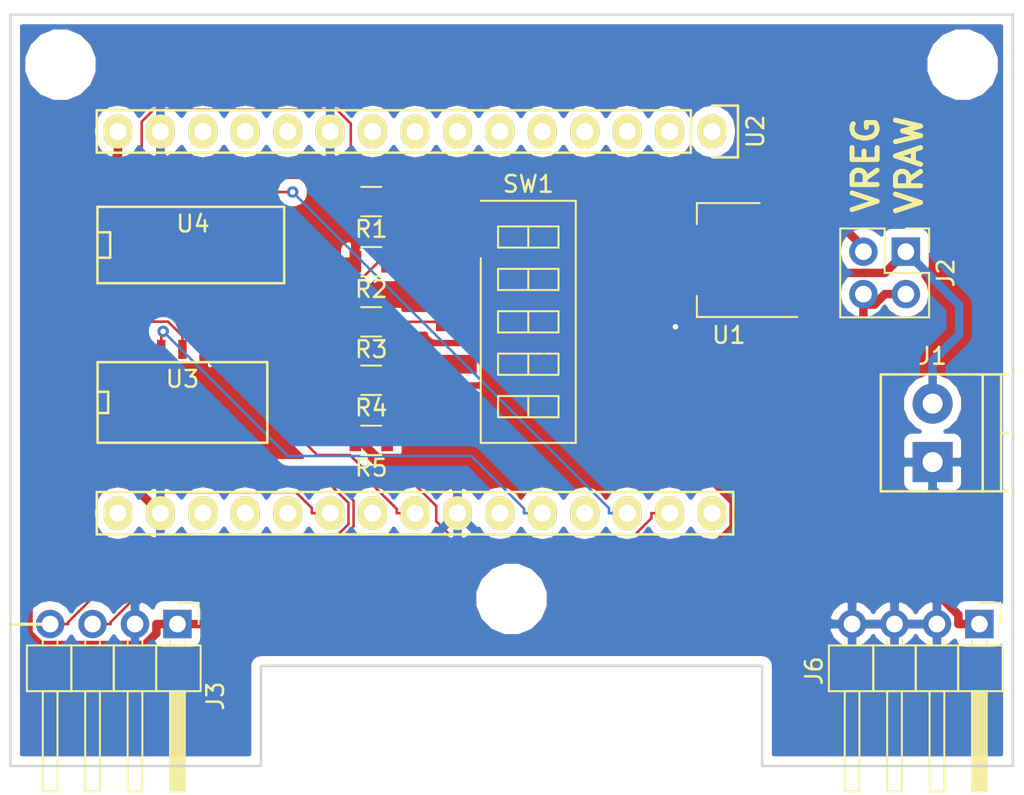
<source format=kicad_pcb>
(kicad_pcb (version 4) (host pcbnew 4.0.6)

  (general
    (links 59)
    (no_connects 0)
    (area 99.1826 53.972599 162.2274 101.877401)
    (thickness 1.6)
    (drawings 11)
    (tracks 288)
    (zones 0)
    (modules 17)
    (nets 40)
  )

  (page A4)
  (layers
    (0 F.Cu mixed)
    (31 B.Cu mixed)
    (34 B.Paste user)
    (35 F.Paste user)
    (36 B.SilkS user)
    (37 F.SilkS user)
    (38 B.Mask user)
    (39 F.Mask user)
    (44 Edge.Cuts user)
  )

  (setup
    (last_trace_width 0.1524)
    (user_trace_width 0.1524)
    (user_trace_width 0.508)
    (trace_clearance 0.1524)
    (zone_clearance 0.508)
    (zone_45_only no)
    (trace_min 0.1524)
    (segment_width 0.2)
    (edge_width 0.15)
    (via_size 0.6858)
    (via_drill 0.3302)
    (via_min_size 0.508)
    (via_min_drill 0.254)
    (uvia_size 0.6858)
    (uvia_drill 0.3302)
    (uvias_allowed no)
    (uvia_min_size 0)
    (uvia_min_drill 0)
    (pcb_text_width 0.3)
    (pcb_text_size 1.5 1.5)
    (mod_edge_width 0.15)
    (mod_text_size 1 1)
    (mod_text_width 0.15)
    (pad_size 3.2 3.2)
    (pad_drill 3.2)
    (pad_to_mask_clearance 0.0508)
    (aux_axis_origin 0 0)
    (visible_elements FFFFFF7F)
    (pcbplotparams
      (layerselection 0x00030_80000001)
      (usegerberextensions false)
      (excludeedgelayer true)
      (linewidth 0.100000)
      (plotframeref false)
      (viasonmask false)
      (mode 1)
      (useauxorigin false)
      (hpglpennumber 1)
      (hpglpenspeed 20)
      (hpglpendiameter 15)
      (hpglpenoverlay 2)
      (psnegative false)
      (psa4output false)
      (plotreference true)
      (plotvalue true)
      (plotinvisibletext false)
      (padsonsilk false)
      (subtractmaskfromsilk false)
      (outputformat 1)
      (mirror false)
      (drillshape 1)
      (scaleselection 1)
      (outputdirectory ""))
  )

  (net 0 "")
  (net 1 "Net-(J1-Pad2)")
  (net 2 GND)
  (net 3 5VDC)
  (net 4 "Net-(J2-Pad3)")
  (net 5 LCLK5)
  (net 6 MOSI5)
  (net 7 SEL_0)
  (net 8 SEL_1)
  (net 9 SEL_2)
  (net 10 SEL_3)
  (net 11 SEL_4)
  (net 12 "Net-(U2-Pad1)")
  (net 13 "Net-(U2-Pad2)")
  (net 14 "Net-(U2-Pad3)")
  (net 15 "Net-(U2-Pad4)")
  (net 16 "Net-(U2-Pad5)")
  (net 17 "Net-(U2-Pad6)")
  (net 18 "Net-(U2-Pad7)")
  (net 19 "Net-(U2-Pad8)")
  (net 20 "Net-(U2-Pad9)")
  (net 21 "Net-(U2-Pad11)")
  (net 22 "Net-(U2-Pad12)")
  (net 23 "Net-(U2-Pad13)")
  (net 24 "Net-(U2-Pad30)")
  (net 25 "Net-(U2-Pad18)")
  (net 26 "Net-(U2-Pad19)")
  (net 27 "Net-(U2-Pad25)")
  (net 28 SHCLK)
  (net 29 "Net-(U2-Pad16)")
  (net 30 "Net-(U2-Pad22)")
  (net 31 LCLK)
  (net 32 MOSI)
  (net 33 "Net-(U2-Pad20)")
  (net 34 SHOUT)
  (net 35 "Net-(U2-Pad27)")
  (net 36 SH/~LD)
  (net 37 SH/~LD~5)
  (net 38 SHCLK5)
  (net 39 "Net-(U4-Pad7)")

  (net_class Default "This is the default net class."
    (clearance 0.1524)
    (trace_width 0.1524)
    (via_dia 0.6858)
    (via_drill 0.3302)
    (uvia_dia 0.6858)
    (uvia_drill 0.3302)
    (add_net LCLK)
    (add_net LCLK5)
    (add_net MOSI)
    (add_net MOSI5)
    (add_net "Net-(J1-Pad2)")
    (add_net "Net-(J2-Pad3)")
    (add_net "Net-(U2-Pad1)")
    (add_net "Net-(U2-Pad11)")
    (add_net "Net-(U2-Pad12)")
    (add_net "Net-(U2-Pad13)")
    (add_net "Net-(U2-Pad16)")
    (add_net "Net-(U2-Pad18)")
    (add_net "Net-(U2-Pad19)")
    (add_net "Net-(U2-Pad2)")
    (add_net "Net-(U2-Pad20)")
    (add_net "Net-(U2-Pad22)")
    (add_net "Net-(U2-Pad25)")
    (add_net "Net-(U2-Pad27)")
    (add_net "Net-(U2-Pad3)")
    (add_net "Net-(U2-Pad30)")
    (add_net "Net-(U2-Pad4)")
    (add_net "Net-(U2-Pad5)")
    (add_net "Net-(U2-Pad6)")
    (add_net "Net-(U2-Pad7)")
    (add_net "Net-(U2-Pad8)")
    (add_net "Net-(U2-Pad9)")
    (add_net "Net-(U4-Pad7)")
    (add_net SEL_0)
    (add_net SEL_1)
    (add_net SEL_2)
    (add_net SEL_3)
    (add_net SEL_4)
    (add_net SH/~LD)
    (add_net SH/~LD~5)
    (add_net SHCLK)
    (add_net SHCLK5)
    (add_net SHOUT)
  )

  (net_class Power ""
    (clearance 0.1524)
    (trace_width 0.508)
    (via_dia 0.6858)
    (via_drill 0.3302)
    (uvia_dia 0.6858)
    (uvia_drill 0.3302)
    (add_net 5VDC)
    (add_net GND)
  )

  (module Mounting_Holes:MountingHole_3.2mm_M3 (layer F.Cu) (tedit 5D0990D9) (tstamp 5D115927)
    (at 130.5 92.7)
    (descr "Mounting Hole 3.2mm, no annular, M3")
    (tags "mounting hole 3.2mm no annular m3")
    (fp_text reference REFBC (at 0.2 0) (layer F.SilkS) hide
      (effects (font (size 1 1) (thickness 0.15)))
    )
    (fp_text value "" (at 0 4.2) (layer F.Fab)
      (effects (font (size 1 1) (thickness 0.15)))
    )
    (fp_circle (center 0 0) (end 3.2 0) (layer Cmts.User) (width 0.15))
    (fp_circle (center 0 0) (end 3.45 0) (layer F.CrtYd) (width 0.05))
    (pad "" np_thru_hole circle (at -0.5 -2.7) (size 3.2 3.2) (drill 3.2) (layers *.Cu *.Mask))
  )

  (module nodemcu:NodeMCU_Amica_R2 locked (layer F.Cu) (tedit 5D098FB7) (tstamp 5D0428B5)
    (at 142 62 270)
    (descr "Through-hole-mounted NodeMCU 0.9")
    (tags nodemcu)
    (path /5D03F8D9)
    (fp_text reference U2 (at 0 -2.6 270) (layer F.SilkS)
      (effects (font (size 1 1) (thickness 0.15)))
    )
    (fp_text value NodeMCU_Amica_R2 (at 26.67 17.78 360) (layer F.Fab) hide
      (effects (font (size 2 2) (thickness 0.15)))
    )
    (fp_line (start 15.24 37.465) (end 15.24 42.545) (layer F.CrtYd) (width 0.15))
    (fp_line (start 7.62 37.465) (end 15.24 37.465) (layer F.CrtYd) (width 0.15))
    (fp_line (start 7.62 42.545) (end 7.62 37.465) (layer F.CrtYd) (width 0.15))
    (fp_line (start -1.905 42.545) (end -1.905 -6.35) (layer F.CrtYd) (width 0.15))
    (fp_line (start 24.765 42.545) (end -1.905 42.545) (layer F.CrtYd) (width 0.15))
    (fp_line (start 24.765 -6.35) (end 24.765 42.545) (layer F.CrtYd) (width 0.15))
    (fp_line (start -1.905 -6.35) (end 24.765 -6.35) (layer F.CrtYd) (width 0.15))
    (fp_line (start -1.27 1.27) (end -1.27 36.83) (layer F.SilkS) (width 0.15))
    (fp_line (start -1.27 36.83) (end 1.27 36.83) (layer F.SilkS) (width 0.15))
    (fp_line (start 1.27 36.83) (end 1.27 1.27) (layer F.SilkS) (width 0.15))
    (fp_line (start 1.55 -1.55) (end 1.55 0) (layer F.SilkS) (width 0.15))
    (fp_line (start 1.27 1.27) (end -1.27 1.27) (layer F.SilkS) (width 0.15))
    (fp_line (start -1.55 0) (end -1.55 -1.55) (layer F.SilkS) (width 0.15))
    (fp_line (start -1.55 -1.55) (end 1.55 -1.55) (layer F.SilkS) (width 0.15))
    (fp_line (start 21.59 36.83) (end 24.13 36.83) (layer F.SilkS) (width 0.15))
    (fp_line (start 21.59 -1.27) (end 21.59 36.83) (layer F.SilkS) (width 0.15))
    (fp_line (start 24.13 -1.27) (end 21.59 -1.27) (layer F.SilkS) (width 0.15))
    (fp_line (start 24.13 36.83) (end 24.13 -1.27) (layer F.SilkS) (width 0.15))
    (pad 1 thru_hole oval (at 0 0 270) (size 2.032 1.7272) (drill 1.016) (layers *.Cu *.Mask F.SilkS)
      (net 12 "Net-(U2-Pad1)"))
    (pad 2 thru_hole oval (at 0 2.54 270) (size 2.032 1.7272) (drill 1.016) (layers *.Cu *.Mask F.SilkS)
      (net 13 "Net-(U2-Pad2)"))
    (pad 3 thru_hole oval (at 0 5.08 270) (size 2.032 1.7272) (drill 1.016) (layers *.Cu *.Mask F.SilkS)
      (net 14 "Net-(U2-Pad3)"))
    (pad 4 thru_hole oval (at 0 7.62 270) (size 2.032 1.7272) (drill 1.016) (layers *.Cu *.Mask F.SilkS)
      (net 15 "Net-(U2-Pad4)"))
    (pad 5 thru_hole oval (at 0 10.16 270) (size 2.032 1.7272) (drill 1.016) (layers *.Cu *.Mask F.SilkS)
      (net 16 "Net-(U2-Pad5)"))
    (pad 6 thru_hole oval (at 0 12.7 270) (size 2.032 1.7272) (drill 1.016) (layers *.Cu *.Mask F.SilkS)
      (net 17 "Net-(U2-Pad6)"))
    (pad 7 thru_hole oval (at 0 15.24 270) (size 2.032 1.7272) (drill 1.016) (layers *.Cu *.Mask F.SilkS)
      (net 18 "Net-(U2-Pad7)"))
    (pad 8 thru_hole oval (at 0 17.78 270) (size 2.032 1.7272) (drill 1.016) (layers *.Cu *.Mask F.SilkS)
      (net 19 "Net-(U2-Pad8)"))
    (pad 9 thru_hole oval (at 0 20.32 270) (size 2.032 1.7272) (drill 1.016) (layers *.Cu *.Mask F.SilkS)
      (net 20 "Net-(U2-Pad9)"))
    (pad 10 thru_hole oval (at 0 22.86 270) (size 2.032 1.7272) (drill 1.016) (layers *.Cu *.Mask F.SilkS)
      (net 2 GND))
    (pad 11 thru_hole oval (at 0 25.4 270) (size 2.032 1.7272) (drill 1.016) (layers *.Cu *.Mask F.SilkS)
      (net 21 "Net-(U2-Pad11)"))
    (pad 12 thru_hole oval (at 0 27.94 270) (size 2.032 1.7272) (drill 1.016) (layers *.Cu *.Mask F.SilkS)
      (net 22 "Net-(U2-Pad12)"))
    (pad 13 thru_hole oval (at 0 30.48 270) (size 2.032 1.7272) (drill 1.016) (layers *.Cu *.Mask F.SilkS)
      (net 23 "Net-(U2-Pad13)"))
    (pad 14 thru_hole oval (at 0 33.02 270) (size 2.032 1.7272) (drill 1.016) (layers *.Cu *.Mask F.SilkS)
      (net 2 GND))
    (pad 15 thru_hole oval (at 0 35.56 270) (size 2.032 1.7272) (drill 1.016) (layers *.Cu *.Mask F.SilkS)
      (net 3 5VDC))
    (pad 30 thru_hole oval (at 22.86 0 270) (size 2.032 1.7272) (drill 1.016) (layers *.Cu *.Mask F.SilkS)
      (net 24 "Net-(U2-Pad30)"))
    (pad 18 thru_hole oval (at 22.86 30.48 270) (size 2.032 1.7272) (drill 1.016) (layers *.Cu *.Mask F.SilkS)
      (net 25 "Net-(U2-Pad18)"))
    (pad 17 thru_hole oval (at 22.86 33.02 270) (size 2.032 1.7272) (drill 1.016) (layers *.Cu *.Mask F.SilkS)
      (net 2 GND))
    (pad 19 thru_hole oval (at 22.86 27.94 270) (size 2.032 1.7272) (drill 1.016) (layers *.Cu *.Mask F.SilkS)
      (net 26 "Net-(U2-Pad19)"))
    (pad 25 thru_hole oval (at 22.86 12.7 270) (size 2.032 1.7272) (drill 1.016) (layers *.Cu *.Mask F.SilkS)
      (net 27 "Net-(U2-Pad25)"))
    (pad 26 thru_hole oval (at 22.86 10.16 270) (size 2.032 1.7272) (drill 1.016) (layers *.Cu *.Mask F.SilkS)
      (net 28 SHCLK))
    (pad 24 thru_hole oval (at 22.86 15.24 270) (size 2.032 1.7272) (drill 1.016) (layers *.Cu *.Mask F.SilkS)
      (net 2 GND))
    (pad 16 thru_hole oval (at 22.86 35.56 270) (size 2.032 1.7272) (drill 1.016) (layers *.Cu *.Mask F.SilkS)
      (net 29 "Net-(U2-Pad16)"))
    (pad 22 thru_hole oval (at 22.86 20.32 270) (size 2.032 1.7272) (drill 1.016) (layers *.Cu *.Mask F.SilkS)
      (net 30 "Net-(U2-Pad22)"))
    (pad 23 thru_hole oval (at 22.86 17.78 270) (size 2.032 1.7272) (drill 1.016) (layers *.Cu *.Mask F.SilkS)
      (net 31 LCLK))
    (pad 21 thru_hole oval (at 22.86 22.86 270) (size 2.032 1.7272) (drill 1.016) (layers *.Cu *.Mask F.SilkS)
      (net 32 MOSI))
    (pad 20 thru_hole oval (at 22.86 25.4 270) (size 2.032 1.7272) (drill 1.016) (layers *.Cu *.Mask F.SilkS)
      (net 33 "Net-(U2-Pad20)"))
    (pad 28 thru_hole oval (at 22.86 5.08 270) (size 2.032 1.7272) (drill 1.016) (layers *.Cu *.Mask F.SilkS)
      (net 34 SHOUT))
    (pad 27 thru_hole oval (at 22.86 7.62 270) (size 2.032 1.7272) (drill 1.016) (layers *.Cu *.Mask F.SilkS)
      (net 35 "Net-(U2-Pad27)"))
    (pad 29 thru_hole oval (at 22.86 2.54 270) (size 2.032 1.7272) (drill 1.016) (layers *.Cu *.Mask F.SilkS)
      (net 36 SH/~LD))
  )

  (module Mounting_Holes:MountingHole_3.2mm_M3 (layer F.Cu) (tedit 5D0990C1) (tstamp 5D11591B)
    (at 157.2 57.6)
    (descr "Mounting Hole 3.2mm, no annular, M3")
    (tags "mounting hole 3.2mm no annular m3")
    (fp_text reference REFMTR (at 0.1 3.1) (layer F.SilkS) hide
      (effects (font (size 1 1) (thickness 0.15)))
    )
    (fp_text value "" (at 0 4.2) (layer F.Fab)
      (effects (font (size 1 1) (thickness 0.15)))
    )
    (fp_circle (center 0 0) (end 3.2 0) (layer Cmts.User) (width 0.15))
    (fp_circle (center 0 0) (end 3.45 0) (layer F.CrtYd) (width 0.05))
    (pad "" np_thru_hole circle (at -0.2 0.4) (size 3.2 3.2) (drill 3.2) (layers *.Cu *.Mask))
  )

  (module Connectors_Terminal_Blocks:TerminalBlock_Pheonix_PT-3.5mm_2pol (layer F.Cu) (tedit 5D098FD5) (tstamp 5D042833)
    (at 155.2 81.8 90)
    (descr "2-way 3.5mm pitch terminal block, Phoenix PT series")
    (path /5D0401D5)
    (fp_text reference J1 (at 6.35 0 360) (layer F.SilkS)
      (effects (font (size 1 1) (thickness 0.15)))
    )
    (fp_text value CONN_01X02 (at 1.75 6 90) (layer F.Fab) hide
      (effects (font (size 1 1) (thickness 0.15)))
    )
    (fp_line (start -1.9 -3.3) (end 5.4 -3.3) (layer F.CrtYd) (width 0.05))
    (fp_line (start -1.9 4.7) (end -1.9 -3.3) (layer F.CrtYd) (width 0.05))
    (fp_line (start 5.4 4.7) (end -1.9 4.7) (layer F.CrtYd) (width 0.05))
    (fp_line (start 5.4 -3.3) (end 5.4 4.7) (layer F.CrtYd) (width 0.05))
    (fp_line (start 1.75 4.1) (end 1.75 4.5) (layer F.SilkS) (width 0.15))
    (fp_line (start -1.75 3) (end 5.25 3) (layer F.SilkS) (width 0.15))
    (fp_line (start -1.75 4.1) (end 5.25 4.1) (layer F.SilkS) (width 0.15))
    (fp_line (start -1.75 -3.1) (end -1.75 4.5) (layer F.SilkS) (width 0.15))
    (fp_line (start 5.25 4.5) (end 5.25 -3.1) (layer F.SilkS) (width 0.15))
    (fp_line (start 5.25 -3.1) (end -1.75 -3.1) (layer F.SilkS) (width 0.15))
    (pad 2 thru_hole circle (at 3.5 0 90) (size 2.4 2.4) (drill 1.2) (layers *.Cu *.Mask)
      (net 1 "Net-(J1-Pad2)"))
    (pad 1 thru_hole rect (at 0 0 90) (size 2.4 2.4) (drill 1.2) (layers *.Cu *.Mask)
      (net 2 GND))
    (model Terminal_Blocks.3dshapes/TerminalBlock_Pheonix_PT-3.5mm_2pol.wrl
      (at (xyz 0 0 0))
      (scale (xyz 1 1 1))
      (rotate (xyz 0 0 0))
    )
  )

  (module Pin_Headers:Pin_Header_Straight_2x02_Pitch2.54mm (layer F.Cu) (tedit 5D098FD1) (tstamp 5D04283B)
    (at 153.6 69.2 270)
    (descr "Through hole straight pin header, 2x02, 2.54mm pitch, double rows")
    (tags "Through hole pin header THT 2x02 2.54mm double row")
    (path /5D040606)
    (fp_text reference J2 (at 1.27 -2.39 270) (layer F.SilkS)
      (effects (font (size 1 1) (thickness 0.15)))
    )
    (fp_text value CONN_02X02 (at 1.27 4.93 270) (layer F.Fab) hide
      (effects (font (size 1 1) (thickness 0.15)))
    )
    (fp_line (start -1.27 -1.27) (end -1.27 3.81) (layer F.Fab) (width 0.1))
    (fp_line (start -1.27 3.81) (end 3.81 3.81) (layer F.Fab) (width 0.1))
    (fp_line (start 3.81 3.81) (end 3.81 -1.27) (layer F.Fab) (width 0.1))
    (fp_line (start 3.81 -1.27) (end -1.27 -1.27) (layer F.Fab) (width 0.1))
    (fp_line (start -1.39 1.27) (end -1.39 3.93) (layer F.SilkS) (width 0.12))
    (fp_line (start -1.39 3.93) (end 3.93 3.93) (layer F.SilkS) (width 0.12))
    (fp_line (start 3.93 3.93) (end 3.93 -1.39) (layer F.SilkS) (width 0.12))
    (fp_line (start 3.93 -1.39) (end 1.27 -1.39) (layer F.SilkS) (width 0.12))
    (fp_line (start 1.27 -1.39) (end 1.27 1.27) (layer F.SilkS) (width 0.12))
    (fp_line (start 1.27 1.27) (end -1.39 1.27) (layer F.SilkS) (width 0.12))
    (fp_line (start -1.39 0) (end -1.39 -1.39) (layer F.SilkS) (width 0.12))
    (fp_line (start -1.39 -1.39) (end 0 -1.39) (layer F.SilkS) (width 0.12))
    (fp_line (start -1.6 -1.6) (end -1.6 4.1) (layer F.CrtYd) (width 0.05))
    (fp_line (start -1.6 4.1) (end 4.1 4.1) (layer F.CrtYd) (width 0.05))
    (fp_line (start 4.1 4.1) (end 4.1 -1.6) (layer F.CrtYd) (width 0.05))
    (fp_line (start 4.1 -1.6) (end -1.6 -1.6) (layer F.CrtYd) (width 0.05))
    (pad 1 thru_hole rect (at 0 0 270) (size 1.7 1.7) (drill 1) (layers *.Cu *.Mask)
      (net 1 "Net-(J1-Pad2)"))
    (pad 2 thru_hole oval (at 2.54 0 270) (size 1.7 1.7) (drill 1) (layers *.Cu *.Mask)
      (net 3 5VDC))
    (pad 3 thru_hole oval (at 0 2.54 270) (size 1.7 1.7) (drill 1) (layers *.Cu *.Mask)
      (net 4 "Net-(J2-Pad3)"))
    (pad 4 thru_hole oval (at 2.54 2.54 270) (size 1.7 1.7) (drill 1) (layers *.Cu *.Mask)
      (net 3 5VDC))
    (model Pin_Headers.3dshapes/Pin_Header_Straight_2x02_Pitch2.54mm.wrl
      (at (xyz 0.05 -0.05 0))
      (scale (xyz 1 1 1))
      (rotate (xyz 0 0 90))
    )
  )

  (module Pin_Headers:Pin_Header_Angled_1x04_Pitch2.54mm (layer F.Cu) (tedit 5D098FBC) (tstamp 5D042843)
    (at 110 91.5 270)
    (descr "Through hole angled pin header, 1x04, 2.54mm pitch, 6mm pin length, single row")
    (tags "Through hole angled pin header THT 1x04 2.54mm single row")
    (path /5D040290)
    (fp_text reference J3 (at 4.315 -2.27 270) (layer F.SilkS)
      (effects (font (size 1 1) (thickness 0.15)))
    )
    (fp_text value CONN_01X04 (at 4.315 9.89 270) (layer F.Fab) hide
      (effects (font (size 1 1) (thickness 0.15)))
    )
    (fp_line (start 1.4 -1.27) (end 1.4 1.27) (layer F.Fab) (width 0.1))
    (fp_line (start 1.4 1.27) (end 3.9 1.27) (layer F.Fab) (width 0.1))
    (fp_line (start 3.9 1.27) (end 3.9 -1.27) (layer F.Fab) (width 0.1))
    (fp_line (start 3.9 -1.27) (end 1.4 -1.27) (layer F.Fab) (width 0.1))
    (fp_line (start 0 -0.32) (end 0 0.32) (layer F.Fab) (width 0.1))
    (fp_line (start 0 0.32) (end 9.9 0.32) (layer F.Fab) (width 0.1))
    (fp_line (start 9.9 0.32) (end 9.9 -0.32) (layer F.Fab) (width 0.1))
    (fp_line (start 9.9 -0.32) (end 0 -0.32) (layer F.Fab) (width 0.1))
    (fp_line (start 1.4 1.27) (end 1.4 3.81) (layer F.Fab) (width 0.1))
    (fp_line (start 1.4 3.81) (end 3.9 3.81) (layer F.Fab) (width 0.1))
    (fp_line (start 3.9 3.81) (end 3.9 1.27) (layer F.Fab) (width 0.1))
    (fp_line (start 3.9 1.27) (end 1.4 1.27) (layer F.Fab) (width 0.1))
    (fp_line (start 0 2.22) (end 0 2.86) (layer F.Fab) (width 0.1))
    (fp_line (start 0 2.86) (end 9.9 2.86) (layer F.Fab) (width 0.1))
    (fp_line (start 9.9 2.86) (end 9.9 2.22) (layer F.Fab) (width 0.1))
    (fp_line (start 9.9 2.22) (end 0 2.22) (layer F.Fab) (width 0.1))
    (fp_line (start 1.4 3.81) (end 1.4 6.35) (layer F.Fab) (width 0.1))
    (fp_line (start 1.4 6.35) (end 3.9 6.35) (layer F.Fab) (width 0.1))
    (fp_line (start 3.9 6.35) (end 3.9 3.81) (layer F.Fab) (width 0.1))
    (fp_line (start 3.9 3.81) (end 1.4 3.81) (layer F.Fab) (width 0.1))
    (fp_line (start 0 4.76) (end 0 5.4) (layer F.Fab) (width 0.1))
    (fp_line (start 0 5.4) (end 9.9 5.4) (layer F.Fab) (width 0.1))
    (fp_line (start 9.9 5.4) (end 9.9 4.76) (layer F.Fab) (width 0.1))
    (fp_line (start 9.9 4.76) (end 0 4.76) (layer F.Fab) (width 0.1))
    (fp_line (start 1.4 6.35) (end 1.4 8.89) (layer F.Fab) (width 0.1))
    (fp_line (start 1.4 8.89) (end 3.9 8.89) (layer F.Fab) (width 0.1))
    (fp_line (start 3.9 8.89) (end 3.9 6.35) (layer F.Fab) (width 0.1))
    (fp_line (start 3.9 6.35) (end 1.4 6.35) (layer F.Fab) (width 0.1))
    (fp_line (start 0 7.3) (end 0 7.94) (layer F.Fab) (width 0.1))
    (fp_line (start 0 7.94) (end 9.9 7.94) (layer F.Fab) (width 0.1))
    (fp_line (start 9.9 7.94) (end 9.9 7.3) (layer F.Fab) (width 0.1))
    (fp_line (start 9.9 7.3) (end 0 7.3) (layer F.Fab) (width 0.1))
    (fp_line (start 1.28 -1.39) (end 1.28 1.27) (layer F.SilkS) (width 0.12))
    (fp_line (start 1.28 1.27) (end 4.02 1.27) (layer F.SilkS) (width 0.12))
    (fp_line (start 4.02 1.27) (end 4.02 -1.39) (layer F.SilkS) (width 0.12))
    (fp_line (start 4.02 -1.39) (end 1.28 -1.39) (layer F.SilkS) (width 0.12))
    (fp_line (start 4.02 -0.44) (end 4.02 0.44) (layer F.SilkS) (width 0.12))
    (fp_line (start 4.02 0.44) (end 10.02 0.44) (layer F.SilkS) (width 0.12))
    (fp_line (start 10.02 0.44) (end 10.02 -0.44) (layer F.SilkS) (width 0.12))
    (fp_line (start 10.02 -0.44) (end 4.02 -0.44) (layer F.SilkS) (width 0.12))
    (fp_line (start 0.97 -0.44) (end 1.28 -0.44) (layer F.SilkS) (width 0.12))
    (fp_line (start 0.97 0.44) (end 1.28 0.44) (layer F.SilkS) (width 0.12))
    (fp_line (start 4.02 -0.32) (end 10.02 -0.32) (layer F.SilkS) (width 0.12))
    (fp_line (start 4.02 -0.2) (end 10.02 -0.2) (layer F.SilkS) (width 0.12))
    (fp_line (start 4.02 -0.08) (end 10.02 -0.08) (layer F.SilkS) (width 0.12))
    (fp_line (start 4.02 0.04) (end 10.02 0.04) (layer F.SilkS) (width 0.12))
    (fp_line (start 4.02 0.16) (end 10.02 0.16) (layer F.SilkS) (width 0.12))
    (fp_line (start 4.02 0.28) (end 10.02 0.28) (layer F.SilkS) (width 0.12))
    (fp_line (start 4.02 0.4) (end 10.02 0.4) (layer F.SilkS) (width 0.12))
    (fp_line (start 1.28 1.27) (end 1.28 3.81) (layer F.SilkS) (width 0.12))
    (fp_line (start 1.28 3.81) (end 4.02 3.81) (layer F.SilkS) (width 0.12))
    (fp_line (start 4.02 3.81) (end 4.02 1.27) (layer F.SilkS) (width 0.12))
    (fp_line (start 4.02 1.27) (end 1.28 1.27) (layer F.SilkS) (width 0.12))
    (fp_line (start 4.02 2.1) (end 4.02 2.98) (layer F.SilkS) (width 0.12))
    (fp_line (start 4.02 2.98) (end 10.02 2.98) (layer F.SilkS) (width 0.12))
    (fp_line (start 10.02 2.98) (end 10.02 2.1) (layer F.SilkS) (width 0.12))
    (fp_line (start 10.02 2.1) (end 4.02 2.1) (layer F.SilkS) (width 0.12))
    (fp_line (start 0.97 2.1) (end 1.28 2.1) (layer F.SilkS) (width 0.12))
    (fp_line (start 0.97 2.98) (end 1.28 2.98) (layer F.SilkS) (width 0.12))
    (fp_line (start 1.28 3.81) (end 1.28 6.35) (layer F.SilkS) (width 0.12))
    (fp_line (start 1.28 6.35) (end 4.02 6.35) (layer F.SilkS) (width 0.12))
    (fp_line (start 4.02 6.35) (end 4.02 3.81) (layer F.SilkS) (width 0.12))
    (fp_line (start 4.02 3.81) (end 1.28 3.81) (layer F.SilkS) (width 0.12))
    (fp_line (start 4.02 4.64) (end 4.02 5.52) (layer F.SilkS) (width 0.12))
    (fp_line (start 4.02 5.52) (end 10.02 5.52) (layer F.SilkS) (width 0.12))
    (fp_line (start 10.02 5.52) (end 10.02 4.64) (layer F.SilkS) (width 0.12))
    (fp_line (start 10.02 4.64) (end 4.02 4.64) (layer F.SilkS) (width 0.12))
    (fp_line (start 0.97 4.64) (end 1.28 4.64) (layer F.SilkS) (width 0.12))
    (fp_line (start 0.97 5.52) (end 1.28 5.52) (layer F.SilkS) (width 0.12))
    (fp_line (start 1.28 6.35) (end 1.28 9.01) (layer F.SilkS) (width 0.12))
    (fp_line (start 1.28 9.01) (end 4.02 9.01) (layer F.SilkS) (width 0.12))
    (fp_line (start 4.02 9.01) (end 4.02 6.35) (layer F.SilkS) (width 0.12))
    (fp_line (start 4.02 6.35) (end 1.28 6.35) (layer F.SilkS) (width 0.12))
    (fp_line (start 4.02 7.18) (end 4.02 8.06) (layer F.SilkS) (width 0.12))
    (fp_line (start 4.02 8.06) (end 10.02 8.06) (layer F.SilkS) (width 0.12))
    (fp_line (start 10.02 8.06) (end 10.02 7.18) (layer F.SilkS) (width 0.12))
    (fp_line (start 10.02 7.18) (end 4.02 7.18) (layer F.SilkS) (width 0.12))
    (fp_line (start 0.97 7.18) (end 1.28 7.18) (layer F.SilkS) (width 0.12))
    (fp_line (start 0.97 8.06) (end 1.28 8.06) (layer F.SilkS) (width 0.12))
    (fp_line (start -1.27 0) (end -1.27 -1.27) (layer F.SilkS) (width 0.12))
    (fp_line (start -1.27 -1.27) (end 0 -1.27) (layer F.SilkS) (width 0.12))
    (fp_line (start -1.6 -1.6) (end -1.6 9.2) (layer F.CrtYd) (width 0.05))
    (fp_line (start -1.6 9.2) (end 10.2 9.2) (layer F.CrtYd) (width 0.05))
    (fp_line (start 10.2 9.2) (end 10.2 -1.6) (layer F.CrtYd) (width 0.05))
    (fp_line (start 10.2 -1.6) (end -1.6 -1.6) (layer F.CrtYd) (width 0.05))
    (pad 1 thru_hole rect (at 0 0 270) (size 1.7 1.7) (drill 1) (layers *.Cu *.Mask)
      (net 3 5VDC))
    (pad 2 thru_hole oval (at 0 2.54 270) (size 1.7 1.7) (drill 1) (layers *.Cu *.Mask)
      (net 2 GND))
    (pad 3 thru_hole oval (at 0 5.08 270) (size 1.7 1.7) (drill 1) (layers *.Cu *.Mask)
      (net 5 LCLK5))
    (pad 4 thru_hole oval (at 0 7.62 270) (size 1.7 1.7) (drill 1) (layers *.Cu *.Mask)
      (net 6 MOSI5))
    (model Pin_Headers.3dshapes/Pin_Header_Angled_1x04_Pitch2.54mm.wrl
      (at (xyz 0 -0.15 0))
      (scale (xyz 1 1 1))
      (rotate (xyz 0 0 90))
    )
  )

  (module Pin_Headers:Pin_Header_Angled_1x04_Pitch2.54mm (layer F.Cu) (tedit 5D098FC2) (tstamp 5D04285B)
    (at 158 91.5 270)
    (descr "Through hole angled pin header, 1x04, 2.54mm pitch, 6mm pin length, single row")
    (tags "Through hole angled pin header THT 1x04 2.54mm single row")
    (path /5D048871)
    (fp_text reference J6 (at 2.8 9.9 270) (layer F.SilkS)
      (effects (font (size 1 1) (thickness 0.15)))
    )
    (fp_text value CONN_01X04 (at 4.315 9.89 270) (layer F.Fab) hide
      (effects (font (size 1 1) (thickness 0.15)))
    )
    (fp_line (start 1.4 -1.27) (end 1.4 1.27) (layer F.Fab) (width 0.1))
    (fp_line (start 1.4 1.27) (end 3.9 1.27) (layer F.Fab) (width 0.1))
    (fp_line (start 3.9 1.27) (end 3.9 -1.27) (layer F.Fab) (width 0.1))
    (fp_line (start 3.9 -1.27) (end 1.4 -1.27) (layer F.Fab) (width 0.1))
    (fp_line (start 0 -0.32) (end 0 0.32) (layer F.Fab) (width 0.1))
    (fp_line (start 0 0.32) (end 9.9 0.32) (layer F.Fab) (width 0.1))
    (fp_line (start 9.9 0.32) (end 9.9 -0.32) (layer F.Fab) (width 0.1))
    (fp_line (start 9.9 -0.32) (end 0 -0.32) (layer F.Fab) (width 0.1))
    (fp_line (start 1.4 1.27) (end 1.4 3.81) (layer F.Fab) (width 0.1))
    (fp_line (start 1.4 3.81) (end 3.9 3.81) (layer F.Fab) (width 0.1))
    (fp_line (start 3.9 3.81) (end 3.9 1.27) (layer F.Fab) (width 0.1))
    (fp_line (start 3.9 1.27) (end 1.4 1.27) (layer F.Fab) (width 0.1))
    (fp_line (start 0 2.22) (end 0 2.86) (layer F.Fab) (width 0.1))
    (fp_line (start 0 2.86) (end 9.9 2.86) (layer F.Fab) (width 0.1))
    (fp_line (start 9.9 2.86) (end 9.9 2.22) (layer F.Fab) (width 0.1))
    (fp_line (start 9.9 2.22) (end 0 2.22) (layer F.Fab) (width 0.1))
    (fp_line (start 1.4 3.81) (end 1.4 6.35) (layer F.Fab) (width 0.1))
    (fp_line (start 1.4 6.35) (end 3.9 6.35) (layer F.Fab) (width 0.1))
    (fp_line (start 3.9 6.35) (end 3.9 3.81) (layer F.Fab) (width 0.1))
    (fp_line (start 3.9 3.81) (end 1.4 3.81) (layer F.Fab) (width 0.1))
    (fp_line (start 0 4.76) (end 0 5.4) (layer F.Fab) (width 0.1))
    (fp_line (start 0 5.4) (end 9.9 5.4) (layer F.Fab) (width 0.1))
    (fp_line (start 9.9 5.4) (end 9.9 4.76) (layer F.Fab) (width 0.1))
    (fp_line (start 9.9 4.76) (end 0 4.76) (layer F.Fab) (width 0.1))
    (fp_line (start 1.4 6.35) (end 1.4 8.89) (layer F.Fab) (width 0.1))
    (fp_line (start 1.4 8.89) (end 3.9 8.89) (layer F.Fab) (width 0.1))
    (fp_line (start 3.9 8.89) (end 3.9 6.35) (layer F.Fab) (width 0.1))
    (fp_line (start 3.9 6.35) (end 1.4 6.35) (layer F.Fab) (width 0.1))
    (fp_line (start 0 7.3) (end 0 7.94) (layer F.Fab) (width 0.1))
    (fp_line (start 0 7.94) (end 9.9 7.94) (layer F.Fab) (width 0.1))
    (fp_line (start 9.9 7.94) (end 9.9 7.3) (layer F.Fab) (width 0.1))
    (fp_line (start 9.9 7.3) (end 0 7.3) (layer F.Fab) (width 0.1))
    (fp_line (start 1.28 -1.39) (end 1.28 1.27) (layer F.SilkS) (width 0.12))
    (fp_line (start 1.28 1.27) (end 4.02 1.27) (layer F.SilkS) (width 0.12))
    (fp_line (start 4.02 1.27) (end 4.02 -1.39) (layer F.SilkS) (width 0.12))
    (fp_line (start 4.02 -1.39) (end 1.28 -1.39) (layer F.SilkS) (width 0.12))
    (fp_line (start 4.02 -0.44) (end 4.02 0.44) (layer F.SilkS) (width 0.12))
    (fp_line (start 4.02 0.44) (end 10.02 0.44) (layer F.SilkS) (width 0.12))
    (fp_line (start 10.02 0.44) (end 10.02 -0.44) (layer F.SilkS) (width 0.12))
    (fp_line (start 10.02 -0.44) (end 4.02 -0.44) (layer F.SilkS) (width 0.12))
    (fp_line (start 0.97 -0.44) (end 1.28 -0.44) (layer F.SilkS) (width 0.12))
    (fp_line (start 0.97 0.44) (end 1.28 0.44) (layer F.SilkS) (width 0.12))
    (fp_line (start 4.02 -0.32) (end 10.02 -0.32) (layer F.SilkS) (width 0.12))
    (fp_line (start 4.02 -0.2) (end 10.02 -0.2) (layer F.SilkS) (width 0.12))
    (fp_line (start 4.02 -0.08) (end 10.02 -0.08) (layer F.SilkS) (width 0.12))
    (fp_line (start 4.02 0.04) (end 10.02 0.04) (layer F.SilkS) (width 0.12))
    (fp_line (start 4.02 0.16) (end 10.02 0.16) (layer F.SilkS) (width 0.12))
    (fp_line (start 4.02 0.28) (end 10.02 0.28) (layer F.SilkS) (width 0.12))
    (fp_line (start 4.02 0.4) (end 10.02 0.4) (layer F.SilkS) (width 0.12))
    (fp_line (start 1.28 1.27) (end 1.28 3.81) (layer F.SilkS) (width 0.12))
    (fp_line (start 1.28 3.81) (end 4.02 3.81) (layer F.SilkS) (width 0.12))
    (fp_line (start 4.02 3.81) (end 4.02 1.27) (layer F.SilkS) (width 0.12))
    (fp_line (start 4.02 1.27) (end 1.28 1.27) (layer F.SilkS) (width 0.12))
    (fp_line (start 4.02 2.1) (end 4.02 2.98) (layer F.SilkS) (width 0.12))
    (fp_line (start 4.02 2.98) (end 10.02 2.98) (layer F.SilkS) (width 0.12))
    (fp_line (start 10.02 2.98) (end 10.02 2.1) (layer F.SilkS) (width 0.12))
    (fp_line (start 10.02 2.1) (end 4.02 2.1) (layer F.SilkS) (width 0.12))
    (fp_line (start 0.97 2.1) (end 1.28 2.1) (layer F.SilkS) (width 0.12))
    (fp_line (start 0.97 2.98) (end 1.28 2.98) (layer F.SilkS) (width 0.12))
    (fp_line (start 1.28 3.81) (end 1.28 6.35) (layer F.SilkS) (width 0.12))
    (fp_line (start 1.28 6.35) (end 4.02 6.35) (layer F.SilkS) (width 0.12))
    (fp_line (start 4.02 6.35) (end 4.02 3.81) (layer F.SilkS) (width 0.12))
    (fp_line (start 4.02 3.81) (end 1.28 3.81) (layer F.SilkS) (width 0.12))
    (fp_line (start 4.02 4.64) (end 4.02 5.52) (layer F.SilkS) (width 0.12))
    (fp_line (start 4.02 5.52) (end 10.02 5.52) (layer F.SilkS) (width 0.12))
    (fp_line (start 10.02 5.52) (end 10.02 4.64) (layer F.SilkS) (width 0.12))
    (fp_line (start 10.02 4.64) (end 4.02 4.64) (layer F.SilkS) (width 0.12))
    (fp_line (start 0.97 4.64) (end 1.28 4.64) (layer F.SilkS) (width 0.12))
    (fp_line (start 0.97 5.52) (end 1.28 5.52) (layer F.SilkS) (width 0.12))
    (fp_line (start 1.28 6.35) (end 1.28 9.01) (layer F.SilkS) (width 0.12))
    (fp_line (start 1.28 9.01) (end 4.02 9.01) (layer F.SilkS) (width 0.12))
    (fp_line (start 4.02 9.01) (end 4.02 6.35) (layer F.SilkS) (width 0.12))
    (fp_line (start 4.02 6.35) (end 1.28 6.35) (layer F.SilkS) (width 0.12))
    (fp_line (start 4.02 7.18) (end 4.02 8.06) (layer F.SilkS) (width 0.12))
    (fp_line (start 4.02 8.06) (end 10.02 8.06) (layer F.SilkS) (width 0.12))
    (fp_line (start 10.02 8.06) (end 10.02 7.18) (layer F.SilkS) (width 0.12))
    (fp_line (start 10.02 7.18) (end 4.02 7.18) (layer F.SilkS) (width 0.12))
    (fp_line (start 0.97 7.18) (end 1.28 7.18) (layer F.SilkS) (width 0.12))
    (fp_line (start 0.97 8.06) (end 1.28 8.06) (layer F.SilkS) (width 0.12))
    (fp_line (start -1.27 0) (end -1.27 -1.27) (layer F.SilkS) (width 0.12))
    (fp_line (start -1.27 -1.27) (end 0 -1.27) (layer F.SilkS) (width 0.12))
    (fp_line (start -1.6 -1.6) (end -1.6 9.2) (layer F.CrtYd) (width 0.05))
    (fp_line (start -1.6 9.2) (end 10.2 9.2) (layer F.CrtYd) (width 0.05))
    (fp_line (start 10.2 9.2) (end 10.2 -1.6) (layer F.CrtYd) (width 0.05))
    (fp_line (start 10.2 -1.6) (end -1.6 -1.6) (layer F.CrtYd) (width 0.05))
    (pad 1 thru_hole rect (at 0 0 270) (size 1.7 1.7) (drill 1) (layers *.Cu *.Mask)
      (net 3 5VDC))
    (pad 2 thru_hole oval (at 0 2.54 270) (size 1.7 1.7) (drill 1) (layers *.Cu *.Mask)
      (net 2 GND))
    (pad 3 thru_hole oval (at 0 5.08 270) (size 1.7 1.7) (drill 1) (layers *.Cu *.Mask)
      (net 2 GND))
    (pad 4 thru_hole oval (at 0 7.62 270) (size 1.7 1.7) (drill 1) (layers *.Cu *.Mask)
      (net 2 GND))
    (model Pin_Headers.3dshapes/Pin_Header_Angled_1x04_Pitch2.54mm.wrl
      (at (xyz 0 -0.15 0))
      (scale (xyz 1 1 1))
      (rotate (xyz 0 0 90))
    )
  )

  (module Resistors_SMD:R_0805 (layer F.Cu) (tedit 58AADA8F) (tstamp 5D042861)
    (at 121.6 66.2 180)
    (descr "Resistor SMD 0805, reflow soldering, Vishay (see dcrcw.pdf)")
    (tags "resistor 0805")
    (path /5D0413C4)
    (attr smd)
    (fp_text reference R1 (at 0 -1.65 180) (layer F.SilkS)
      (effects (font (size 1 1) (thickness 0.15)))
    )
    (fp_text value 10K (at 0 1.75 180) (layer F.Fab)
      (effects (font (size 1 1) (thickness 0.15)))
    )
    (fp_text user %R (at 0 -1.65 180) (layer F.Fab)
      (effects (font (size 1 1) (thickness 0.15)))
    )
    (fp_line (start -1 0.62) (end -1 -0.62) (layer F.Fab) (width 0.1))
    (fp_line (start 1 0.62) (end -1 0.62) (layer F.Fab) (width 0.1))
    (fp_line (start 1 -0.62) (end 1 0.62) (layer F.Fab) (width 0.1))
    (fp_line (start -1 -0.62) (end 1 -0.62) (layer F.Fab) (width 0.1))
    (fp_line (start 0.6 0.88) (end -0.6 0.88) (layer F.SilkS) (width 0.12))
    (fp_line (start -0.6 -0.88) (end 0.6 -0.88) (layer F.SilkS) (width 0.12))
    (fp_line (start -1.55 -0.9) (end 1.55 -0.9) (layer F.CrtYd) (width 0.05))
    (fp_line (start -1.55 -0.9) (end -1.55 0.9) (layer F.CrtYd) (width 0.05))
    (fp_line (start 1.55 0.9) (end 1.55 -0.9) (layer F.CrtYd) (width 0.05))
    (fp_line (start 1.55 0.9) (end -1.55 0.9) (layer F.CrtYd) (width 0.05))
    (pad 1 smd rect (at -0.95 0 180) (size 0.7 1.3) (layers F.Cu F.Paste F.Mask)
      (net 7 SEL_0))
    (pad 2 smd rect (at 0.95 0 180) (size 0.7 1.3) (layers F.Cu F.Paste F.Mask)
      (net 2 GND))
    (model Resistors_SMD.3dshapes/R_0805.wrl
      (at (xyz 0 0 0))
      (scale (xyz 1 1 1))
      (rotate (xyz 0 0 0))
    )
  )

  (module Resistors_SMD:R_0805 (layer F.Cu) (tedit 58AADA8F) (tstamp 5D042867)
    (at 121.6 69.8 180)
    (descr "Resistor SMD 0805, reflow soldering, Vishay (see dcrcw.pdf)")
    (tags "resistor 0805")
    (path /5D041374)
    (attr smd)
    (fp_text reference R2 (at 0 -1.65 180) (layer F.SilkS)
      (effects (font (size 1 1) (thickness 0.15)))
    )
    (fp_text value 10K (at 0 1.75 180) (layer F.Fab)
      (effects (font (size 1 1) (thickness 0.15)))
    )
    (fp_text user %R (at 0 -1.65 180) (layer F.Fab)
      (effects (font (size 1 1) (thickness 0.15)))
    )
    (fp_line (start -1 0.62) (end -1 -0.62) (layer F.Fab) (width 0.1))
    (fp_line (start 1 0.62) (end -1 0.62) (layer F.Fab) (width 0.1))
    (fp_line (start 1 -0.62) (end 1 0.62) (layer F.Fab) (width 0.1))
    (fp_line (start -1 -0.62) (end 1 -0.62) (layer F.Fab) (width 0.1))
    (fp_line (start 0.6 0.88) (end -0.6 0.88) (layer F.SilkS) (width 0.12))
    (fp_line (start -0.6 -0.88) (end 0.6 -0.88) (layer F.SilkS) (width 0.12))
    (fp_line (start -1.55 -0.9) (end 1.55 -0.9) (layer F.CrtYd) (width 0.05))
    (fp_line (start -1.55 -0.9) (end -1.55 0.9) (layer F.CrtYd) (width 0.05))
    (fp_line (start 1.55 0.9) (end 1.55 -0.9) (layer F.CrtYd) (width 0.05))
    (fp_line (start 1.55 0.9) (end -1.55 0.9) (layer F.CrtYd) (width 0.05))
    (pad 1 smd rect (at -0.95 0 180) (size 0.7 1.3) (layers F.Cu F.Paste F.Mask)
      (net 8 SEL_1))
    (pad 2 smd rect (at 0.95 0 180) (size 0.7 1.3) (layers F.Cu F.Paste F.Mask)
      (net 2 GND))
    (model Resistors_SMD.3dshapes/R_0805.wrl
      (at (xyz 0 0 0))
      (scale (xyz 1 1 1))
      (rotate (xyz 0 0 0))
    )
  )

  (module Resistors_SMD:R_0805 (layer F.Cu) (tedit 58AADA8F) (tstamp 5D04286D)
    (at 121.6 73.4 180)
    (descr "Resistor SMD 0805, reflow soldering, Vishay (see dcrcw.pdf)")
    (tags "resistor 0805")
    (path /5D041055)
    (attr smd)
    (fp_text reference R3 (at 0 -1.65 180) (layer F.SilkS)
      (effects (font (size 1 1) (thickness 0.15)))
    )
    (fp_text value 10K (at 0 1.75 180) (layer F.Fab)
      (effects (font (size 1 1) (thickness 0.15)))
    )
    (fp_text user %R (at 0 -1.65 180) (layer F.Fab)
      (effects (font (size 1 1) (thickness 0.15)))
    )
    (fp_line (start -1 0.62) (end -1 -0.62) (layer F.Fab) (width 0.1))
    (fp_line (start 1 0.62) (end -1 0.62) (layer F.Fab) (width 0.1))
    (fp_line (start 1 -0.62) (end 1 0.62) (layer F.Fab) (width 0.1))
    (fp_line (start -1 -0.62) (end 1 -0.62) (layer F.Fab) (width 0.1))
    (fp_line (start 0.6 0.88) (end -0.6 0.88) (layer F.SilkS) (width 0.12))
    (fp_line (start -0.6 -0.88) (end 0.6 -0.88) (layer F.SilkS) (width 0.12))
    (fp_line (start -1.55 -0.9) (end 1.55 -0.9) (layer F.CrtYd) (width 0.05))
    (fp_line (start -1.55 -0.9) (end -1.55 0.9) (layer F.CrtYd) (width 0.05))
    (fp_line (start 1.55 0.9) (end 1.55 -0.9) (layer F.CrtYd) (width 0.05))
    (fp_line (start 1.55 0.9) (end -1.55 0.9) (layer F.CrtYd) (width 0.05))
    (pad 1 smd rect (at -0.95 0 180) (size 0.7 1.3) (layers F.Cu F.Paste F.Mask)
      (net 9 SEL_2))
    (pad 2 smd rect (at 0.95 0 180) (size 0.7 1.3) (layers F.Cu F.Paste F.Mask)
      (net 2 GND))
    (model Resistors_SMD.3dshapes/R_0805.wrl
      (at (xyz 0 0 0))
      (scale (xyz 1 1 1))
      (rotate (xyz 0 0 0))
    )
  )

  (module Resistors_SMD:R_0805 (layer F.Cu) (tedit 58AADA8F) (tstamp 5D042873)
    (at 121.6 76.9 180)
    (descr "Resistor SMD 0805, reflow soldering, Vishay (see dcrcw.pdf)")
    (tags "resistor 0805")
    (path /5D041405)
    (attr smd)
    (fp_text reference R4 (at 0 -1.65 180) (layer F.SilkS)
      (effects (font (size 1 1) (thickness 0.15)))
    )
    (fp_text value 10K (at 0 1.75 180) (layer F.Fab)
      (effects (font (size 1 1) (thickness 0.15)))
    )
    (fp_text user %R (at 0 -1.65 180) (layer F.Fab)
      (effects (font (size 1 1) (thickness 0.15)))
    )
    (fp_line (start -1 0.62) (end -1 -0.62) (layer F.Fab) (width 0.1))
    (fp_line (start 1 0.62) (end -1 0.62) (layer F.Fab) (width 0.1))
    (fp_line (start 1 -0.62) (end 1 0.62) (layer F.Fab) (width 0.1))
    (fp_line (start -1 -0.62) (end 1 -0.62) (layer F.Fab) (width 0.1))
    (fp_line (start 0.6 0.88) (end -0.6 0.88) (layer F.SilkS) (width 0.12))
    (fp_line (start -0.6 -0.88) (end 0.6 -0.88) (layer F.SilkS) (width 0.12))
    (fp_line (start -1.55 -0.9) (end 1.55 -0.9) (layer F.CrtYd) (width 0.05))
    (fp_line (start -1.55 -0.9) (end -1.55 0.9) (layer F.CrtYd) (width 0.05))
    (fp_line (start 1.55 0.9) (end 1.55 -0.9) (layer F.CrtYd) (width 0.05))
    (fp_line (start 1.55 0.9) (end -1.55 0.9) (layer F.CrtYd) (width 0.05))
    (pad 1 smd rect (at -0.95 0 180) (size 0.7 1.3) (layers F.Cu F.Paste F.Mask)
      (net 10 SEL_3))
    (pad 2 smd rect (at 0.95 0 180) (size 0.7 1.3) (layers F.Cu F.Paste F.Mask)
      (net 2 GND))
    (model Resistors_SMD.3dshapes/R_0805.wrl
      (at (xyz 0 0 0))
      (scale (xyz 1 1 1))
      (rotate (xyz 0 0 0))
    )
  )

  (module Resistors_SMD:R_0805 (layer F.Cu) (tedit 58AADA8F) (tstamp 5D042879)
    (at 121.6 80.5 180)
    (descr "Resistor SMD 0805, reflow soldering, Vishay (see dcrcw.pdf)")
    (tags "resistor 0805")
    (path /5D041E59)
    (attr smd)
    (fp_text reference R5 (at 0 -1.65 180) (layer F.SilkS)
      (effects (font (size 1 1) (thickness 0.15)))
    )
    (fp_text value 10K (at 0 1.75 180) (layer F.Fab)
      (effects (font (size 1 1) (thickness 0.15)))
    )
    (fp_text user %R (at 0 -1.65 180) (layer F.Fab)
      (effects (font (size 1 1) (thickness 0.15)))
    )
    (fp_line (start -1 0.62) (end -1 -0.62) (layer F.Fab) (width 0.1))
    (fp_line (start 1 0.62) (end -1 0.62) (layer F.Fab) (width 0.1))
    (fp_line (start 1 -0.62) (end 1 0.62) (layer F.Fab) (width 0.1))
    (fp_line (start -1 -0.62) (end 1 -0.62) (layer F.Fab) (width 0.1))
    (fp_line (start 0.6 0.88) (end -0.6 0.88) (layer F.SilkS) (width 0.12))
    (fp_line (start -0.6 -0.88) (end 0.6 -0.88) (layer F.SilkS) (width 0.12))
    (fp_line (start -1.55 -0.9) (end 1.55 -0.9) (layer F.CrtYd) (width 0.05))
    (fp_line (start -1.55 -0.9) (end -1.55 0.9) (layer F.CrtYd) (width 0.05))
    (fp_line (start 1.55 0.9) (end 1.55 -0.9) (layer F.CrtYd) (width 0.05))
    (fp_line (start 1.55 0.9) (end -1.55 0.9) (layer F.CrtYd) (width 0.05))
    (pad 1 smd rect (at -0.95 0 180) (size 0.7 1.3) (layers F.Cu F.Paste F.Mask)
      (net 11 SEL_4))
    (pad 2 smd rect (at 0.95 0 180) (size 0.7 1.3) (layers F.Cu F.Paste F.Mask)
      (net 2 GND))
    (model Resistors_SMD.3dshapes/R_0805.wrl
      (at (xyz 0 0 0))
      (scale (xyz 1 1 1))
      (rotate (xyz 0 0 0))
    )
  )

  (module Buttons_Switches_SMD:SW_DIP_x5_W8.61mm_Slide_LowProfile (layer F.Cu) (tedit 5D098FC7) (tstamp 5D042887)
    (at 131 73.4)
    (descr "5x-dip-switch, Slide, row spacing 8.61 mm (338 mils), SMD, LowProfile")
    (tags "DIP Switch Slide 8.61mm 338mil SMD LowProfile")
    (path /5D041D6E)
    (attr smd)
    (fp_text reference SW1 (at 0 -8.25) (layer F.SilkS)
      (effects (font (size 1 1) (thickness 0.15)))
    )
    (fp_text value SW_DIP_x05 (at 0 8.25) (layer F.Fab) hide
      (effects (font (size 1 1) (thickness 0.15)))
    )
    (fp_line (start -2.34 -7.13) (end 3.34 -7.13) (layer F.Fab) (width 0.1))
    (fp_line (start 3.34 -7.13) (end 3.34 7.13) (layer F.Fab) (width 0.1))
    (fp_line (start 3.34 7.13) (end -3.34 7.13) (layer F.Fab) (width 0.1))
    (fp_line (start -3.34 7.13) (end -3.34 -6.13) (layer F.Fab) (width 0.1))
    (fp_line (start -3.34 -6.13) (end -2.34 -7.13) (layer F.Fab) (width 0.1))
    (fp_line (start -1.81 -5.715) (end -1.81 -4.445) (layer F.Fab) (width 0.1))
    (fp_line (start -1.81 -4.445) (end 1.81 -4.445) (layer F.Fab) (width 0.1))
    (fp_line (start 1.81 -4.445) (end 1.81 -5.715) (layer F.Fab) (width 0.1))
    (fp_line (start 1.81 -5.715) (end -1.81 -5.715) (layer F.Fab) (width 0.1))
    (fp_line (start 0 -5.715) (end 0 -4.445) (layer F.Fab) (width 0.1))
    (fp_line (start -1.81 -3.175) (end -1.81 -1.905) (layer F.Fab) (width 0.1))
    (fp_line (start -1.81 -1.905) (end 1.81 -1.905) (layer F.Fab) (width 0.1))
    (fp_line (start 1.81 -1.905) (end 1.81 -3.175) (layer F.Fab) (width 0.1))
    (fp_line (start 1.81 -3.175) (end -1.81 -3.175) (layer F.Fab) (width 0.1))
    (fp_line (start 0 -3.175) (end 0 -1.905) (layer F.Fab) (width 0.1))
    (fp_line (start -1.81 -0.635) (end -1.81 0.635) (layer F.Fab) (width 0.1))
    (fp_line (start -1.81 0.635) (end 1.81 0.635) (layer F.Fab) (width 0.1))
    (fp_line (start 1.81 0.635) (end 1.81 -0.635) (layer F.Fab) (width 0.1))
    (fp_line (start 1.81 -0.635) (end -1.81 -0.635) (layer F.Fab) (width 0.1))
    (fp_line (start 0 -0.635) (end 0 0.635) (layer F.Fab) (width 0.1))
    (fp_line (start -1.81 1.905) (end -1.81 3.175) (layer F.Fab) (width 0.1))
    (fp_line (start -1.81 3.175) (end 1.81 3.175) (layer F.Fab) (width 0.1))
    (fp_line (start 1.81 3.175) (end 1.81 1.905) (layer F.Fab) (width 0.1))
    (fp_line (start 1.81 1.905) (end -1.81 1.905) (layer F.Fab) (width 0.1))
    (fp_line (start 0 1.905) (end 0 3.175) (layer F.Fab) (width 0.1))
    (fp_line (start -1.81 4.445) (end -1.81 5.715) (layer F.Fab) (width 0.1))
    (fp_line (start -1.81 5.715) (end 1.81 5.715) (layer F.Fab) (width 0.1))
    (fp_line (start 1.81 5.715) (end 1.81 4.445) (layer F.Fab) (width 0.1))
    (fp_line (start 1.81 4.445) (end -1.81 4.445) (layer F.Fab) (width 0.1))
    (fp_line (start 0 4.445) (end 0 5.715) (layer F.Fab) (width 0.1))
    (fp_line (start -2.845 -7.25) (end 2.845 -7.25) (layer F.SilkS) (width 0.12))
    (fp_line (start 2.845 -7.25) (end 2.845 7.25) (layer F.SilkS) (width 0.12))
    (fp_line (start 2.845 7.25) (end -2.845 7.25) (layer F.SilkS) (width 0.12))
    (fp_line (start -2.845 7.25) (end -2.845 -3.81) (layer F.SilkS) (width 0.12))
    (fp_line (start -1.81 -5.715) (end -1.81 -4.445) (layer F.SilkS) (width 0.12))
    (fp_line (start -1.81 -4.445) (end 1.81 -4.445) (layer F.SilkS) (width 0.12))
    (fp_line (start 1.81 -4.445) (end 1.81 -5.715) (layer F.SilkS) (width 0.12))
    (fp_line (start 1.81 -5.715) (end -1.81 -5.715) (layer F.SilkS) (width 0.12))
    (fp_line (start 0 -5.715) (end 0 -4.445) (layer F.SilkS) (width 0.12))
    (fp_line (start -1.81 -3.175) (end -1.81 -1.905) (layer F.SilkS) (width 0.12))
    (fp_line (start -1.81 -1.905) (end 1.81 -1.905) (layer F.SilkS) (width 0.12))
    (fp_line (start 1.81 -1.905) (end 1.81 -3.175) (layer F.SilkS) (width 0.12))
    (fp_line (start 1.81 -3.175) (end -1.81 -3.175) (layer F.SilkS) (width 0.12))
    (fp_line (start 0 -3.175) (end 0 -1.905) (layer F.SilkS) (width 0.12))
    (fp_line (start -1.81 -0.635) (end -1.81 0.635) (layer F.SilkS) (width 0.12))
    (fp_line (start -1.81 0.635) (end 1.81 0.635) (layer F.SilkS) (width 0.12))
    (fp_line (start 1.81 0.635) (end 1.81 -0.635) (layer F.SilkS) (width 0.12))
    (fp_line (start 1.81 -0.635) (end -1.81 -0.635) (layer F.SilkS) (width 0.12))
    (fp_line (start 0 -0.635) (end 0 0.635) (layer F.SilkS) (width 0.12))
    (fp_line (start -1.81 1.905) (end -1.81 3.175) (layer F.SilkS) (width 0.12))
    (fp_line (start -1.81 3.175) (end 1.81 3.175) (layer F.SilkS) (width 0.12))
    (fp_line (start 1.81 3.175) (end 1.81 1.905) (layer F.SilkS) (width 0.12))
    (fp_line (start 1.81 1.905) (end -1.81 1.905) (layer F.SilkS) (width 0.12))
    (fp_line (start 0 1.905) (end 0 3.175) (layer F.SilkS) (width 0.12))
    (fp_line (start -1.81 4.445) (end -1.81 5.715) (layer F.SilkS) (width 0.12))
    (fp_line (start -1.81 5.715) (end 1.81 5.715) (layer F.SilkS) (width 0.12))
    (fp_line (start 1.81 5.715) (end 1.81 4.445) (layer F.SilkS) (width 0.12))
    (fp_line (start 1.81 4.445) (end -1.81 4.445) (layer F.SilkS) (width 0.12))
    (fp_line (start 0 4.445) (end 0 5.715) (layer F.SilkS) (width 0.12))
    (fp_line (start -5.8 -7.5) (end -5.8 7.5) (layer F.CrtYd) (width 0.05))
    (fp_line (start -5.8 7.5) (end 5.8 7.5) (layer F.CrtYd) (width 0.05))
    (fp_line (start 5.8 7.5) (end 5.8 -7.5) (layer F.CrtYd) (width 0.05))
    (fp_line (start 5.8 -7.5) (end -5.8 -7.5) (layer F.CrtYd) (width 0.05))
    (pad 1 smd rect (at -4.305 -5.08) (size 2.44 1.12) (layers F.Cu F.Mask)
      (net 7 SEL_0))
    (pad 6 smd rect (at 4.305 5.08) (size 2.44 1.12) (layers F.Cu F.Mask)
      (net 3 5VDC))
    (pad 2 smd rect (at -4.305 -2.54) (size 2.44 1.12) (layers F.Cu F.Mask)
      (net 8 SEL_1))
    (pad 7 smd rect (at 4.305 2.54) (size 2.44 1.12) (layers F.Cu F.Mask)
      (net 3 5VDC))
    (pad 3 smd rect (at -4.305 0) (size 2.44 1.12) (layers F.Cu F.Mask)
      (net 9 SEL_2))
    (pad 8 smd rect (at 4.305 0) (size 2.44 1.12) (layers F.Cu F.Mask)
      (net 3 5VDC))
    (pad 4 smd rect (at -4.305 2.54) (size 2.44 1.12) (layers F.Cu F.Mask)
      (net 10 SEL_3))
    (pad 9 smd rect (at 4.305 -2.54) (size 2.44 1.12) (layers F.Cu F.Mask)
      (net 3 5VDC))
    (pad 5 smd rect (at -4.305 5.08) (size 2.44 1.12) (layers F.Cu F.Mask)
      (net 11 SEL_4))
    (pad 10 smd rect (at 4.305 -5.08) (size 2.44 1.12) (layers F.Cu F.Mask)
      (net 3 5VDC))
    (model Buttons_Switches.3dshapes/SW_DIP_x5_W8.61mm_Slide_LowProfile.wrl
      (at (xyz 0 0 0))
      (scale (xyz 1 1 1))
      (rotate (xyz 0 0 90))
    )
  )

  (module TO_SOT_Packages_SMD:SOT-223-3Lead_TabPin2 (layer F.Cu) (tedit 5891A32E) (tstamp 5D04288F)
    (at 143 69.7 180)
    (descr "module CMS SOT223 4 pins")
    (tags "CMS SOT")
    (path /5D040087)
    (attr smd)
    (fp_text reference U1 (at 0 -4.5 180) (layer F.SilkS)
      (effects (font (size 1 1) (thickness 0.15)))
    )
    (fp_text value LM7805CT (at 0 4.5 180) (layer F.Fab)
      (effects (font (size 1 1) (thickness 0.15)))
    )
    (fp_line (start 1.91 3.41) (end 1.91 2.15) (layer F.SilkS) (width 0.12))
    (fp_line (start 1.91 -3.41) (end 1.91 -2.15) (layer F.SilkS) (width 0.12))
    (fp_line (start 4.4 -3.6) (end -4.4 -3.6) (layer F.CrtYd) (width 0.05))
    (fp_line (start 4.4 3.6) (end 4.4 -3.6) (layer F.CrtYd) (width 0.05))
    (fp_line (start -4.4 3.6) (end 4.4 3.6) (layer F.CrtYd) (width 0.05))
    (fp_line (start -4.4 -3.6) (end -4.4 3.6) (layer F.CrtYd) (width 0.05))
    (fp_line (start -1.85 -2.35) (end -0.85 -3.35) (layer F.Fab) (width 0.1))
    (fp_line (start -1.85 -2.35) (end -1.85 3.35) (layer F.Fab) (width 0.1))
    (fp_line (start -1.85 3.41) (end 1.91 3.41) (layer F.SilkS) (width 0.12))
    (fp_line (start -0.85 -3.35) (end 1.85 -3.35) (layer F.Fab) (width 0.1))
    (fp_line (start -4.1 -3.41) (end 1.91 -3.41) (layer F.SilkS) (width 0.12))
    (fp_line (start -1.85 3.35) (end 1.85 3.35) (layer F.Fab) (width 0.1))
    (fp_line (start 1.85 -3.35) (end 1.85 3.35) (layer F.Fab) (width 0.1))
    (pad 2 smd rect (at 3.15 0 180) (size 2 3.8) (layers F.Cu F.Paste F.Mask)
      (net 2 GND))
    (pad 2 smd rect (at -3.15 0 180) (size 2 1.5) (layers F.Cu F.Paste F.Mask)
      (net 2 GND))
    (pad 3 smd rect (at -3.15 2.3 180) (size 2 1.5) (layers F.Cu F.Paste F.Mask)
      (net 4 "Net-(J2-Pad3)"))
    (pad 1 smd rect (at -3.15 -2.3 180) (size 2 1.5) (layers F.Cu F.Paste F.Mask)
      (net 1 "Net-(J1-Pad2)"))
    (model TO_SOT_Packages_SMD.3dshapes/SOT-223.wrl
      (at (xyz 0 0 0))
      (scale (xyz 0.4 0.4 0.4))
      (rotate (xyz 0 0 90))
    )
  )

  (module SMD_Packages:SOIC-14_N (layer F.Cu) (tedit 0) (tstamp 5D0428C7)
    (at 110.3 78.1)
    (descr "Module CMS SOJ 14 pins Large")
    (tags "CMS SOJ")
    (path /5D03FDBD)
    (attr smd)
    (fp_text reference U3 (at 0 -1.27) (layer F.SilkS)
      (effects (font (size 1 1) (thickness 0.15)))
    )
    (fp_text value 74AHC125 (at 0 1.27) (layer F.Fab)
      (effects (font (size 1 1) (thickness 0.15)))
    )
    (fp_line (start 5.08 -2.286) (end 5.08 2.54) (layer F.SilkS) (width 0.15))
    (fp_line (start 5.08 2.54) (end -5.08 2.54) (layer F.SilkS) (width 0.15))
    (fp_line (start -5.08 2.54) (end -5.08 -2.286) (layer F.SilkS) (width 0.15))
    (fp_line (start -5.08 -2.286) (end 5.08 -2.286) (layer F.SilkS) (width 0.15))
    (fp_line (start -5.08 -0.508) (end -4.445 -0.508) (layer F.SilkS) (width 0.15))
    (fp_line (start -4.445 -0.508) (end -4.445 0.762) (layer F.SilkS) (width 0.15))
    (fp_line (start -4.445 0.762) (end -5.08 0.762) (layer F.SilkS) (width 0.15))
    (pad 1 smd rect (at -3.81 3.302) (size 0.508 1.143) (layers F.Cu F.Paste F.Mask)
      (net 2 GND))
    (pad 2 smd rect (at -2.54 3.302) (size 0.508 1.143) (layers F.Cu F.Paste F.Mask)
      (net 32 MOSI))
    (pad 3 smd rect (at -1.27 3.302) (size 0.508 1.143) (layers F.Cu F.Paste F.Mask)
      (net 6 MOSI5))
    (pad 4 smd rect (at 0 3.302) (size 0.508 1.143) (layers F.Cu F.Paste F.Mask)
      (net 2 GND))
    (pad 5 smd rect (at 1.27 3.302) (size 0.508 1.143) (layers F.Cu F.Paste F.Mask)
      (net 31 LCLK))
    (pad 6 smd rect (at 2.54 3.302) (size 0.508 1.143) (layers F.Cu F.Paste F.Mask)
      (net 5 LCLK5))
    (pad 7 smd rect (at 3.81 3.302) (size 0.508 1.143) (layers F.Cu F.Paste F.Mask)
      (net 2 GND))
    (pad 8 smd rect (at 3.81 -3.048) (size 0.508 1.143) (layers F.Cu F.Paste F.Mask)
      (net 37 SH/~LD~5))
    (pad 9 smd rect (at 2.54 -3.048) (size 0.508 1.143) (layers F.Cu F.Paste F.Mask)
      (net 36 SH/~LD))
    (pad 11 smd rect (at 0 -3.048) (size 0.508 1.143) (layers F.Cu F.Paste F.Mask)
      (net 38 SHCLK5))
    (pad 12 smd rect (at -1.27 -3.048) (size 0.508 1.143) (layers F.Cu F.Paste F.Mask)
      (net 28 SHCLK))
    (pad 13 smd rect (at -2.54 -3.048) (size 0.508 1.143) (layers F.Cu F.Paste F.Mask)
      (net 2 GND))
    (pad 14 smd rect (at -3.81 -3.048) (size 0.508 1.143) (layers F.Cu F.Paste F.Mask)
      (net 3 5VDC))
    (pad 10 smd rect (at 1.27 -3.048) (size 0.508 1.143) (layers F.Cu F.Paste F.Mask)
      (net 2 GND))
    (model SMD_Packages.3dshapes/SOIC-14_N.wrl
      (at (xyz 0 0 0))
      (scale (xyz 0.5 0.4 0.5))
      (rotate (xyz 0 0 0))
    )
  )

  (module SMD_Packages:SO-16-N (layer F.Cu) (tedit 0) (tstamp 5D0428DB)
    (at 110.8 68.8)
    (descr "Module CMS SOJ 16 pins large")
    (tags "CMS SOJ")
    (path /5D0435CA)
    (attr smd)
    (fp_text reference U4 (at 0.127 -1.27) (layer F.SilkS)
      (effects (font (size 1 1) (thickness 0.15)))
    )
    (fp_text value 74HC165 (at 0 1.27) (layer F.Fab)
      (effects (font (size 1 1) (thickness 0.15)))
    )
    (fp_line (start -5.588 -0.762) (end -4.826 -0.762) (layer F.SilkS) (width 0.15))
    (fp_line (start -4.826 -0.762) (end -4.826 0.762) (layer F.SilkS) (width 0.15))
    (fp_line (start -4.826 0.762) (end -5.588 0.762) (layer F.SilkS) (width 0.15))
    (fp_line (start 5.588 -2.286) (end 5.588 2.286) (layer F.SilkS) (width 0.15))
    (fp_line (start 5.588 2.286) (end -5.588 2.286) (layer F.SilkS) (width 0.15))
    (fp_line (start -5.588 2.286) (end -5.588 -2.286) (layer F.SilkS) (width 0.15))
    (fp_line (start -5.588 -2.286) (end 5.588 -2.286) (layer F.SilkS) (width 0.15))
    (pad 16 smd rect (at -4.445 -3.175) (size 0.508 1.143) (layers F.Cu F.Paste F.Mask)
      (net 3 5VDC))
    (pad 14 smd rect (at -1.905 -3.175) (size 0.508 1.143) (layers F.Cu F.Paste F.Mask)
      (net 7 SEL_0))
    (pad 13 smd rect (at -0.635 -3.175) (size 0.508 1.143) (layers F.Cu F.Paste F.Mask)
      (net 2 GND))
    (pad 12 smd rect (at 0.635 -3.175) (size 0.508 1.143) (layers F.Cu F.Paste F.Mask)
      (net 2 GND))
    (pad 11 smd rect (at 1.905 -3.175) (size 0.508 1.143) (layers F.Cu F.Paste F.Mask)
      (net 2 GND))
    (pad 10 smd rect (at 3.175 -3.175) (size 0.508 1.143) (layers F.Cu F.Paste F.Mask)
      (net 2 GND))
    (pad 9 smd rect (at 4.445 -3.175) (size 0.508 1.143) (layers F.Cu F.Paste F.Mask)
      (net 34 SHOUT))
    (pad 8 smd rect (at 4.445 3.175) (size 0.508 1.143) (layers F.Cu F.Paste F.Mask)
      (net 2 GND))
    (pad 7 smd rect (at 3.175 3.175) (size 0.508 1.143) (layers F.Cu F.Paste F.Mask)
      (net 39 "Net-(U4-Pad7)"))
    (pad 6 smd rect (at 1.905 3.175) (size 0.508 1.143) (layers F.Cu F.Paste F.Mask)
      (net 11 SEL_4))
    (pad 5 smd rect (at 0.635 3.175) (size 0.508 1.143) (layers F.Cu F.Paste F.Mask)
      (net 10 SEL_3))
    (pad 4 smd rect (at -0.635 3.175) (size 0.508 1.143) (layers F.Cu F.Paste F.Mask)
      (net 9 SEL_2))
    (pad 3 smd rect (at -1.905 3.175) (size 0.508 1.143) (layers F.Cu F.Paste F.Mask)
      (net 8 SEL_1))
    (pad 2 smd rect (at -3.175 3.175) (size 0.508 1.143) (layers F.Cu F.Paste F.Mask)
      (net 38 SHCLK5))
    (pad 1 smd rect (at -4.445 3.175) (size 0.508 1.143) (layers F.Cu F.Paste F.Mask)
      (net 37 SH/~LD~5))
    (pad 15 smd rect (at -3.175 -3.175) (size 0.508 1.143) (layers F.Cu F.Paste F.Mask)
      (net 2 GND))
    (model SMD_Packages.3dshapes/SO-16-N.wrl
      (at (xyz 0 0 0))
      (scale (xyz 0.5 0.4 0.5))
      (rotate (xyz 0 0 0))
    )
  )

  (module Mounting_Holes:MountingHole_3.2mm_M3 (layer F.Cu) (tedit 5D0990CB) (tstamp 5D098E70)
    (at 103 58)
    (descr "Mounting Hole 3.2mm, no annular, M3")
    (tags "mounting hole 3.2mm no annular m3")
    (fp_text reference REFTL (at 0 2.7) (layer F.SilkS) hide
      (effects (font (size 1 1) (thickness 0.15)))
    )
    (fp_text value "" (at 0 4.2) (layer F.Fab)
      (effects (font (size 1 1) (thickness 0.15)))
    )
    (fp_circle (center 0 0) (end 3.2 0) (layer Cmts.User) (width 0.15))
    (fp_circle (center 0 0) (end 3.45 0) (layer F.CrtYd) (width 0.05))
    (pad 1 np_thru_hole circle (at 0 0) (size 3.2 3.2) (drill 3.2) (layers *.Cu *.Mask))
  )

  (gr_line (start 102.37 91.51) (end 100 91.51) (angle 90) (layer F.SilkS) (width 0.2))
  (gr_line (start 115 100) (end 100 100) (angle 90) (layer Edge.Cuts) (width 0.15))
  (gr_line (start 160 100) (end 145 100) (angle 90) (layer Edge.Cuts) (width 0.15))
  (gr_line (start 145 94) (end 145 100) (angle 90) (layer Edge.Cuts) (width 0.15))
  (gr_line (start 115 94) (end 145 94) (angle 90) (layer Edge.Cuts) (width 0.15))
  (gr_line (start 115 100) (end 115 94) (angle 90) (layer Edge.Cuts) (width 0.15))
  (gr_text VREG (at 151.2 64 90) (layer F.SilkS) (tstamp 5D0990ED)
    (effects (font (size 1.5 1.5) (thickness 0.3)))
  )
  (gr_text VRAW (at 153.8 64 90) (layer F.SilkS)
    (effects (font (size 1.5 1.5) (thickness 0.3)))
  )
  (gr_line (start 100 55) (end 160 55) (angle 90) (layer Edge.Cuts) (width 0.15))
  (gr_line (start 100 100) (end 100 55) (angle 90) (layer Edge.Cuts) (width 0.15))
  (gr_line (start 160 100) (end 160 55) (angle 90) (layer Edge.Cuts) (width 0.15))

  (segment (start 155.2 78.3) (end 155.2 75.74) (width 0.508) (layer B.Cu) (net 1))
  (segment (start 156.79 72.39) (end 153.6 69.2) (width 0.508) (layer B.Cu) (net 1) (tstamp 5D099499))
  (segment (start 156.79 74.15) (end 156.79 72.39) (width 0.508) (layer B.Cu) (net 1) (tstamp 5D099497))
  (segment (start 155.2 75.74) (end 156.79 74.15) (width 0.508) (layer B.Cu) (net 1) (tstamp 5D099493))
  (segment (start 153.6 69.2) (end 153.6 69.21) (width 0.508) (layer F.Cu) (net 1))
  (segment (start 153.6 69.21) (end 152.34 70.47) (width 0.508) (layer F.Cu) (net 1) (tstamp 5D09944C))
  (segment (start 147.91 72) (end 146.15 72) (width 0.508) (layer F.Cu) (net 1) (tstamp 5D09945B))
  (segment (start 149.44 70.47) (end 147.91 72) (width 0.508) (layer F.Cu) (net 1) (tstamp 5D099457))
  (segment (start 152.34 70.47) (end 149.44 70.47) (width 0.508) (layer F.Cu) (net 1) (tstamp 5D099451))
  (segment (start 155.2 81.8) (end 147.82 81.8) (width 0.508) (layer B.Cu) (net 2))
  (segment (start 139.85 73.66) (end 139.85 69.7) (width 0.508) (layer F.Cu) (net 2) (tstamp 5D0994CC))
  (segment (start 139.81 73.7) (end 139.85 73.66) (width 0.508) (layer F.Cu) (net 2) (tstamp 5D0994CB))
  (via (at 139.81 73.7) (size 0.6858) (drill 0.3302) (layers F.Cu B.Cu) (net 2))
  (segment (start 139.81 73.79) (end 139.81 73.7) (width 0.508) (layer B.Cu) (net 2) (tstamp 5D0994B9))
  (segment (start 147.82 81.8) (end 139.81 73.79) (width 0.508) (layer B.Cu) (net 2) (tstamp 5D0994B2))
  (segment (start 107.625 66.6032) (end 110.165 66.6032) (width 0.508) (layer F.Cu) (net 2))
  (segment (start 107.625 65.625) (end 107.625 66.6032) (width 0.508) (layer F.Cu) (net 2))
  (segment (start 110.165 65.625) (end 110.165 66.6032) (width 0.508) (layer F.Cu) (net 2))
  (segment (start 152.92 91.5) (end 155.46 91.5) (width 0.508) (layer F.Cu) (net 2))
  (segment (start 155.46 83.6667) (end 155.2 83.4067) (width 0.508) (layer B.Cu) (net 2))
  (segment (start 155.46 91.5) (end 155.46 83.6667) (width 0.508) (layer B.Cu) (net 2))
  (segment (start 155.2 81.8) (end 155.2 83.4067) (width 0.508) (layer B.Cu) (net 2))
  (segment (start 114.11 81.402) (end 114.11 80.5395) (width 0.508) (layer F.Cu) (net 2))
  (segment (start 139.85 69.7) (end 139.85 68.9631) (width 0.508) (layer F.Cu) (net 2))
  (segment (start 144.0064 68.9631) (end 144.7433 69.7) (width 0.508) (layer F.Cu) (net 2))
  (segment (start 139.85 68.9631) (end 144.0064 68.9631) (width 0.508) (layer F.Cu) (net 2))
  (segment (start 146.15 69.7) (end 144.7433 69.7) (width 0.508) (layer F.Cu) (net 2))
  (segment (start 152.92 91.5) (end 150.38 91.5) (width 0.508) (layer F.Cu) (net 2))
  (segment (start 110.3 81.402) (end 110.3 80.4238) (width 0.508) (layer F.Cu) (net 2))
  (segment (start 106.49 81.402) (end 106.49 80.4238) (width 0.508) (layer F.Cu) (net 2))
  (segment (start 110.3 80.4238) (end 106.49 80.4238) (width 0.508) (layer F.Cu) (net 2))
  (segment (start 120.65 76.9) (end 120.65 77.9567) (width 0.508) (layer F.Cu) (net 2))
  (segment (start 120.65 80.5) (end 121.0283 80.5) (width 0.508) (layer F.Cu) (net 2))
  (segment (start 121.0283 78.335) (end 121.0283 80.5) (width 0.508) (layer F.Cu) (net 2))
  (segment (start 120.65 77.9567) (end 121.0283 78.335) (width 0.508) (layer F.Cu) (net 2))
  (segment (start 121.0283 80.6014) (end 121.0283 80.5) (width 0.508) (layer F.Cu) (net 2))
  (segment (start 121.9837 81.5568) (end 121.0283 80.6014) (width 0.508) (layer F.Cu) (net 2))
  (segment (start 125.9791 81.5568) (end 121.9837 81.5568) (width 0.508) (layer F.Cu) (net 2))
  (segment (start 125.9791 82.6564) (end 126.76 83.4373) (width 0.508) (layer F.Cu) (net 2))
  (segment (start 125.9791 81.5568) (end 125.9791 82.6564) (width 0.508) (layer F.Cu) (net 2))
  (segment (start 126.76 84.86) (end 126.76 83.4373) (width 0.508) (layer F.Cu) (net 2))
  (segment (start 111.57 75.052) (end 111.57 76.0302) (width 0.508) (layer F.Cu) (net 2))
  (segment (start 107.76 75.052) (end 107.76 76.0302) (width 0.508) (layer F.Cu) (net 2))
  (segment (start 113.6259 80.0554) (end 110.6684 80.0554) (width 0.508) (layer F.Cu) (net 2))
  (segment (start 114.11 80.5395) (end 113.6259 80.0554) (width 0.508) (layer F.Cu) (net 2))
  (segment (start 110.6684 80.0554) (end 110.3 80.4238) (width 0.508) (layer F.Cu) (net 2))
  (segment (start 110.6684 76.0302) (end 110.6684 80.0554) (width 0.508) (layer F.Cu) (net 2))
  (segment (start 111.57 76.0302) (end 110.6684 76.0302) (width 0.508) (layer F.Cu) (net 2))
  (segment (start 110.6684 76.0302) (end 107.76 76.0302) (width 0.508) (layer F.Cu) (net 2))
  (segment (start 113.975 65.625) (end 113.975 65.1359) (width 0.508) (layer F.Cu) (net 2))
  (segment (start 110.165 65.625) (end 110.165 65.4217) (width 0.508) (layer F.Cu) (net 2))
  (segment (start 112.705 65.3804) (end 111.435 65.3804) (width 0.508) (layer F.Cu) (net 2))
  (segment (start 111.435 65.625) (end 111.435 65.3804) (width 0.508) (layer F.Cu) (net 2))
  (segment (start 111.435 65.3804) (end 111.435 64.6468) (width 0.508) (layer F.Cu) (net 2))
  (segment (start 112.705 65.625) (end 112.705 65.3804) (width 0.508) (layer F.Cu) (net 2))
  (segment (start 112.705 65.3804) (end 112.705 65.1359) (width 0.508) (layer F.Cu) (net 2))
  (segment (start 107.46 91.5) (end 107.46 90.2433) (width 0.508) (layer B.Cu) (net 2))
  (segment (start 108.98 62) (end 108.98 63.4227) (width 0.508) (layer F.Cu) (net 2))
  (segment (start 110.572 65.0147) (end 108.98 63.4227) (width 0.508) (layer F.Cu) (net 2))
  (segment (start 110.165 65.4217) (end 110.572 65.0147) (width 0.508) (layer F.Cu) (net 2))
  (segment (start 110.9399 64.6468) (end 111.435 64.6468) (width 0.508) (layer F.Cu) (net 2))
  (segment (start 110.572 65.0147) (end 110.9399 64.6468) (width 0.508) (layer F.Cu) (net 2))
  (segment (start 108.98 84.86) (end 108.98 86.3374) (width 0.508) (layer B.Cu) (net 2))
  (segment (start 108.98 88.7233) (end 107.46 90.2433) (width 0.508) (layer B.Cu) (net 2))
  (segment (start 108.98 86.3374) (end 108.98 88.7233) (width 0.508) (layer B.Cu) (net 2))
  (segment (start 106.5002 82.3802) (end 106.49 82.3802) (width 0.508) (layer F.Cu) (net 2))
  (segment (start 108.98 84.86) (end 106.5002 82.3802) (width 0.508) (layer F.Cu) (net 2))
  (segment (start 106.49 81.402) (end 106.49 82.3802) (width 0.508) (layer F.Cu) (net 2))
  (segment (start 128.3441 79.1918) (end 128.3441 72.4334) (width 0.508) (layer F.Cu) (net 2))
  (segment (start 125.9791 81.5568) (end 128.3441 79.1918) (width 0.508) (layer F.Cu) (net 2))
  (segment (start 118.4683 71.975) (end 119.8933 73.4) (width 0.508) (layer F.Cu) (net 2))
  (segment (start 115.245 71.975) (end 118.4683 71.975) (width 0.508) (layer F.Cu) (net 2))
  (segment (start 120.65 73.4) (end 119.8933 73.4) (width 0.508) (layer F.Cu) (net 2))
  (segment (start 120.65 69.8) (end 120.65 68.7433) (width 0.508) (layer F.Cu) (net 2))
  (segment (start 121.4067 72.9271) (end 121.4067 73.4) (width 0.508) (layer F.Cu) (net 2))
  (segment (start 122.0213 72.3125) (end 121.4067 72.9271) (width 0.508) (layer F.Cu) (net 2))
  (segment (start 128.2232 72.3125) (end 122.0213 72.3125) (width 0.508) (layer F.Cu) (net 2))
  (segment (start 128.3441 72.4334) (end 128.2232 72.3125) (width 0.508) (layer F.Cu) (net 2))
  (segment (start 128.3441 72.4334) (end 129.5294 71.2481) (width 0.508) (layer F.Cu) (net 2))
  (segment (start 138.2326 67.3457) (end 139.85 68.9631) (width 0.508) (layer F.Cu) (net 2))
  (segment (start 133.4318 67.3457) (end 138.2326 67.3457) (width 0.508) (layer F.Cu) (net 2))
  (segment (start 129.5294 71.2481) (end 133.4318 67.3457) (width 0.508) (layer F.Cu) (net 2))
  (segment (start 120.65 73.4) (end 121.4067 73.4) (width 0.508) (layer F.Cu) (net 2))
  (segment (start 127.5681 69.2868) (end 129.5294 71.2481) (width 0.508) (layer F.Cu) (net 2))
  (segment (start 125.3066 69.2868) (end 127.5681 69.2868) (width 0.508) (layer F.Cu) (net 2))
  (segment (start 124.7631 68.7433) (end 125.3066 69.2868) (width 0.508) (layer F.Cu) (net 2))
  (segment (start 120.65 68.7433) (end 124.7631 68.7433) (width 0.508) (layer F.Cu) (net 2))
  (segment (start 125.2826 86.3374) (end 108.98 86.3374) (width 0.508) (layer B.Cu) (net 2))
  (segment (start 126.76 84.86) (end 125.2826 86.3374) (width 0.508) (layer B.Cu) (net 2))
  (segment (start 150.38 91.5) (end 149.1233 91.5) (width 0.508) (layer B.Cu) (net 2))
  (segment (start 144.5275 86.9042) (end 149.1233 91.5) (width 0.508) (layer B.Cu) (net 2))
  (segment (start 128.8042 86.9042) (end 144.5275 86.9042) (width 0.508) (layer B.Cu) (net 2))
  (segment (start 126.76 84.86) (end 128.8042 86.9042) (width 0.508) (layer B.Cu) (net 2))
  (segment (start 113.975 65.1359) (end 112.705 65.1359) (width 0.508) (layer F.Cu) (net 2))
  (segment (start 120.65 68.7433) (end 120.65 66.2) (width 0.508) (layer F.Cu) (net 2))
  (segment (start 114.5176 64.5933) (end 119.1358 64.5933) (width 0.508) (layer F.Cu) (net 2))
  (segment (start 113.975 65.1359) (end 114.5176 64.5933) (width 0.508) (layer F.Cu) (net 2))
  (segment (start 119.8933 65.3508) (end 119.1358 64.5933) (width 0.508) (layer F.Cu) (net 2))
  (segment (start 119.8933 66.2) (end 119.8933 65.3508) (width 0.508) (layer F.Cu) (net 2))
  (segment (start 119.1358 63.4269) (end 119.14 63.4227) (width 0.508) (layer F.Cu) (net 2))
  (segment (start 119.1358 64.5933) (end 119.1358 63.4269) (width 0.508) (layer F.Cu) (net 2))
  (segment (start 119.14 62) (end 119.14 63.4227) (width 0.508) (layer F.Cu) (net 2))
  (segment (start 120.65 66.2) (end 119.8933 66.2) (width 0.508) (layer F.Cu) (net 2))
  (segment (start 135.3088 74.2096) (end 135.3088 75.94) (width 0.508) (layer F.Cu) (net 3))
  (segment (start 136.1184 73.4) (end 135.3088 74.2096) (width 0.508) (layer F.Cu) (net 3))
  (segment (start 135.3088 75.94) (end 135.305 75.94) (width 0.508) (layer F.Cu) (net 3))
  (segment (start 136.9317 77.5629) (end 136.9317 78.48) (width 0.508) (layer F.Cu) (net 3))
  (segment (start 135.3088 75.94) (end 136.9317 77.5629) (width 0.508) (layer F.Cu) (net 3))
  (segment (start 135.305 78.48) (end 136.9317 78.48) (width 0.508) (layer F.Cu) (net 3))
  (segment (start 158 91.5) (end 156.7433 91.5) (width 0.508) (layer F.Cu) (net 3))
  (segment (start 137.6026 78.48) (end 136.9317 78.48) (width 0.508) (layer F.Cu) (net 3))
  (segment (start 143.2894 84.1668) (end 137.6026 78.48) (width 0.508) (layer F.Cu) (net 3))
  (segment (start 143.2894 85.7011) (end 143.2894 84.1668) (width 0.508) (layer F.Cu) (net 3))
  (segment (start 142.0395 86.951) (end 143.2894 85.7011) (width 0.508) (layer F.Cu) (net 3))
  (segment (start 129.7328 86.951) (end 142.0395 86.951) (width 0.508) (layer F.Cu) (net 3))
  (segment (start 125.1838 91.5) (end 129.7328 86.951) (width 0.508) (layer F.Cu) (net 3))
  (segment (start 110 91.5) (end 125.1838 91.5) (width 0.508) (layer F.Cu) (net 3))
  (segment (start 108.7433 92.0499) (end 108.7433 91.5) (width 0.508) (layer F.Cu) (net 3))
  (segment (start 108.0365 92.7567) (end 108.7433 92.0499) (width 0.508) (layer F.Cu) (net 3))
  (segment (start 101.7944 92.7567) (end 108.0365 92.7567) (width 0.508) (layer F.Cu) (net 3))
  (segment (start 101.0868 92.0491) (end 101.7944 92.7567) (width 0.508) (layer F.Cu) (net 3))
  (segment (start 101.0868 81.4334) (end 101.0868 92.0491) (width 0.508) (layer F.Cu) (net 3))
  (segment (start 106.49 76.0302) (end 101.0868 81.4334) (width 0.508) (layer F.Cu) (net 3))
  (segment (start 106.49 75.052) (end 106.49 76.0302) (width 0.508) (layer F.Cu) (net 3))
  (segment (start 110 91.5) (end 108.7433 91.5) (width 0.508) (layer F.Cu) (net 3))
  (segment (start 135.305 73.4) (end 135.7117 73.4) (width 0.508) (layer F.Cu) (net 3))
  (segment (start 135.7117 73.4) (end 136.1184 73.4) (width 0.508) (layer F.Cu) (net 3))
  (segment (start 136.9317 72.18) (end 136.9317 70.86) (width 0.508) (layer F.Cu) (net 3))
  (segment (start 135.7117 73.4) (end 136.9317 72.18) (width 0.508) (layer F.Cu) (net 3))
  (segment (start 135.305 70.86) (end 136.9317 70.86) (width 0.508) (layer F.Cu) (net 3))
  (segment (start 136.9317 68.32) (end 136.9317 70.86) (width 0.508) (layer F.Cu) (net 3))
  (segment (start 135.305 68.32) (end 136.9317 68.32) (width 0.508) (layer F.Cu) (net 3))
  (segment (start 151.06 85.7011) (end 151.06 72.9967) (width 0.508) (layer F.Cu) (net 3))
  (segment (start 143.2894 85.7011) (end 151.06 85.7011) (width 0.508) (layer F.Cu) (net 3))
  (segment (start 156.7433 90.9502) (end 156.7433 91.5) (width 0.508) (layer F.Cu) (net 3))
  (segment (start 151.4942 85.7011) (end 156.7433 90.9502) (width 0.508) (layer F.Cu) (net 3))
  (segment (start 151.06 85.7011) (end 151.4942 85.7011) (width 0.508) (layer F.Cu) (net 3))
  (segment (start 151.06 71.74) (end 151.06 72.3683) (width 0.508) (layer F.Cu) (net 3))
  (segment (start 151.06 72.3683) (end 151.06 72.9967) (width 0.508) (layer F.Cu) (net 3))
  (segment (start 151.715 72.3683) (end 152.3433 71.74) (width 0.508) (layer F.Cu) (net 3))
  (segment (start 151.06 72.3683) (end 151.715 72.3683) (width 0.508) (layer F.Cu) (net 3))
  (segment (start 153.6 71.74) (end 152.3433 71.74) (width 0.508) (layer F.Cu) (net 3))
  (segment (start 106.49 75.052) (end 106.49 74.0738) (width 0.508) (layer F.Cu) (net 3))
  (segment (start 106.44 62) (end 106.44 63.4227) (width 0.508) (layer F.Cu) (net 3))
  (segment (start 106.355 63.5077) (end 106.44 63.4227) (width 0.508) (layer F.Cu) (net 3))
  (segment (start 106.355 65.625) (end 106.355 63.5077) (width 0.508) (layer F.Cu) (net 3))
  (segment (start 105.6943 73.2781) (end 106.49 74.0738) (width 0.508) (layer F.Cu) (net 3))
  (segment (start 105.6943 67.2639) (end 105.6943 73.2781) (width 0.508) (layer F.Cu) (net 3))
  (segment (start 106.355 66.6032) (end 105.6943 67.2639) (width 0.508) (layer F.Cu) (net 3))
  (segment (start 106.355 65.625) (end 106.355 66.6032) (width 0.508) (layer F.Cu) (net 3))
  (segment (start 151.06 69.2) (end 151.06 68.94) (width 0.508) (layer F.Cu) (net 4))
  (segment (start 151.06 68.94) (end 149.52 67.4) (width 0.508) (layer F.Cu) (net 4) (tstamp 5D099469))
  (segment (start 149.52 67.4) (end 146.15 67.4) (width 0.508) (layer F.Cu) (net 4) (tstamp 5D09946E))
  (segment (start 112.84 81.402) (end 112.84 82.2024) (width 0.1524) (layer F.Cu) (net 5))
  (segment (start 104.92 91.5) (end 105.9989 91.5) (width 0.1524) (layer F.Cu) (net 5))
  (segment (start 105.9989 91.3882) (end 105.9989 91.5) (width 0.1524) (layer F.Cu) (net 5))
  (segment (start 110.5932 86.7939) (end 105.9989 91.3882) (width 0.1524) (layer F.Cu) (net 5))
  (segment (start 119.3905 86.7939) (end 110.5932 86.7939) (width 0.1524) (layer F.Cu) (net 5))
  (segment (start 120.543 85.6414) (end 119.3905 86.7939) (width 0.1524) (layer F.Cu) (net 5))
  (segment (start 120.543 84.1179) (end 120.543 85.6414) (width 0.1524) (layer F.Cu) (net 5))
  (segment (start 119.1151 82.69) (end 120.543 84.1179) (width 0.1524) (layer F.Cu) (net 5))
  (segment (start 113.3276 82.69) (end 119.1151 82.69) (width 0.1524) (layer F.Cu) (net 5))
  (segment (start 112.84 82.2024) (end 113.3276 82.69) (width 0.1524) (layer F.Cu) (net 5))
  (segment (start 109.03 81.402) (end 109.03 82.2024) (width 0.1524) (layer F.Cu) (net 6))
  (segment (start 102.38 91.5) (end 103.4589 91.5) (width 0.1524) (layer F.Cu) (net 6))
  (segment (start 103.4589 91.3882) (end 103.4589 91.5) (width 0.1524) (layer F.Cu) (net 6))
  (segment (start 108.4663 86.3808) (end 103.4589 91.3882) (width 0.1524) (layer F.Cu) (net 6))
  (segment (start 119.372 86.3808) (end 108.4663 86.3808) (width 0.1524) (layer F.Cu) (net 6))
  (segment (start 120.2379 85.5149) (end 119.372 86.3808) (width 0.1524) (layer F.Cu) (net 6))
  (segment (start 120.2379 84.2445) (end 120.2379 85.5149) (width 0.1524) (layer F.Cu) (net 6))
  (segment (start 118.9885 82.9951) (end 120.2379 84.2445) (width 0.1524) (layer F.Cu) (net 6))
  (segment (start 109.8227 82.9951) (end 118.9885 82.9951) (width 0.1524) (layer F.Cu) (net 6))
  (segment (start 109.03 82.2024) (end 109.8227 82.9951) (width 0.1524) (layer F.Cu) (net 6))
  (segment (start 123.1289 66.2028) (end 123.1289 66.2) (width 0.1524) (layer F.Cu) (net 7))
  (segment (start 125.2461 68.32) (end 123.1289 66.2028) (width 0.1524) (layer F.Cu) (net 7))
  (segment (start 126.695 68.32) (end 125.2461 68.32) (width 0.1524) (layer F.Cu) (net 7))
  (segment (start 122.55 66.2) (end 123.1289 66.2) (width 0.1524) (layer F.Cu) (net 7))
  (segment (start 121.9711 65.6211) (end 121.9711 66.2) (width 0.1524) (layer F.Cu) (net 7))
  (segment (start 120.3763 64.0263) (end 121.9711 65.6211) (width 0.1524) (layer F.Cu) (net 7))
  (segment (start 120.3763 61.5302) (end 120.3763 64.0263) (width 0.1524) (layer F.Cu) (net 7))
  (segment (start 119.5452 60.6991) (end 120.3763 61.5302) (width 0.1524) (layer F.Cu) (net 7))
  (segment (start 108.572 60.6991) (end 119.5452 60.6991) (width 0.1524) (layer F.Cu) (net 7))
  (segment (start 107.8611 61.41) (end 108.572 60.6991) (width 0.1524) (layer F.Cu) (net 7))
  (segment (start 107.8611 63.7907) (end 107.8611 61.41) (width 0.1524) (layer F.Cu) (net 7))
  (segment (start 108.895 64.8246) (end 107.8611 63.7907) (width 0.1524) (layer F.Cu) (net 7))
  (segment (start 108.895 65.625) (end 108.895 64.8246) (width 0.1524) (layer F.Cu) (net 7))
  (segment (start 122.55 66.2) (end 121.9711 66.2) (width 0.1524) (layer F.Cu) (net 7))
  (segment (start 124.1861 69.8) (end 125.2461 70.86) (width 0.1524) (layer F.Cu) (net 8))
  (segment (start 122.55 69.8) (end 124.1861 69.8) (width 0.1524) (layer F.Cu) (net 8))
  (segment (start 126.695 70.86) (end 125.2461 70.86) (width 0.1524) (layer F.Cu) (net 8))
  (segment (start 121.9711 69.8724) (end 121.9711 69.8) (width 0.1524) (layer F.Cu) (net 8))
  (segment (start 121.1492 70.6943) (end 121.9711 69.8724) (width 0.1524) (layer F.Cu) (net 8))
  (segment (start 117.8707 70.6943) (end 121.1492 70.6943) (width 0.1524) (layer F.Cu) (net 8))
  (segment (start 117.7202 70.5438) (end 117.8707 70.6943) (width 0.1524) (layer F.Cu) (net 8))
  (segment (start 109.5258 70.5438) (end 117.7202 70.5438) (width 0.1524) (layer F.Cu) (net 8))
  (segment (start 108.895 71.1746) (end 109.5258 70.5438) (width 0.1524) (layer F.Cu) (net 8))
  (segment (start 108.895 71.975) (end 108.895 71.1746) (width 0.1524) (layer F.Cu) (net 8))
  (segment (start 122.55 69.8) (end 121.9711 69.8) (width 0.1524) (layer F.Cu) (net 8))
  (segment (start 126.695 73.4) (end 122.55 73.4) (width 0.1524) (layer F.Cu) (net 9))
  (segment (start 121.9711 73.5447) (end 121.9711 73.4) (width 0.1524) (layer F.Cu) (net 9))
  (segment (start 121.1882 74.3276) (end 121.9711 73.5447) (width 0.1524) (layer F.Cu) (net 9))
  (segment (start 116.3808 74.3276) (end 121.1882 74.3276) (width 0.1524) (layer F.Cu) (net 9))
  (segment (start 114.458 72.4048) (end 116.3808 74.3276) (width 0.1524) (layer F.Cu) (net 9))
  (segment (start 114.458 71.2924) (end 114.458 72.4048) (width 0.1524) (layer F.Cu) (net 9))
  (segment (start 114.0146 70.849) (end 114.458 71.2924) (width 0.1524) (layer F.Cu) (net 9))
  (segment (start 110.4906 70.849) (end 114.0146 70.849) (width 0.1524) (layer F.Cu) (net 9))
  (segment (start 110.165 71.1746) (end 110.4906 70.849) (width 0.1524) (layer F.Cu) (net 9))
  (segment (start 110.165 71.975) (end 110.165 71.1746) (width 0.1524) (layer F.Cu) (net 9))
  (segment (start 122.55 73.4) (end 121.9711 73.4) (width 0.1524) (layer F.Cu) (net 9))
  (segment (start 124.2861 76.9) (end 125.2461 75.94) (width 0.1524) (layer F.Cu) (net 10))
  (segment (start 122.55 76.9) (end 124.2861 76.9) (width 0.1524) (layer F.Cu) (net 10))
  (segment (start 126.695 75.94) (end 125.2461 75.94) (width 0.1524) (layer F.Cu) (net 10))
  (segment (start 121.9711 76.3935) (end 121.9711 76.9) (width 0.1524) (layer F.Cu) (net 10))
  (segment (start 121.0553 75.4777) (end 121.9711 76.3935) (width 0.1524) (layer F.Cu) (net 10))
  (segment (start 116.2836 75.4777) (end 121.0553 75.4777) (width 0.1524) (layer F.Cu) (net 10))
  (segment (start 113.232 72.4261) (end 116.2836 75.4777) (width 0.1524) (layer F.Cu) (net 10))
  (segment (start 113.232 71.3376) (end 113.232 72.4261) (width 0.1524) (layer F.Cu) (net 10))
  (segment (start 113.069 71.1746) (end 113.232 71.3376) (width 0.1524) (layer F.Cu) (net 10))
  (segment (start 111.435 71.1746) (end 113.069 71.1746) (width 0.1524) (layer F.Cu) (net 10))
  (segment (start 111.435 71.975) (end 111.435 71.1746) (width 0.1524) (layer F.Cu) (net 10))
  (segment (start 122.55 76.9) (end 121.9711 76.9) (width 0.1524) (layer F.Cu) (net 10))
  (segment (start 126.695 78.48) (end 125.9706 78.48) (width 0.1524) (layer F.Cu) (net 11))
  (segment (start 112.705 71.975) (end 112.705 72.7754) (width 0.1524) (layer F.Cu) (net 11))
  (segment (start 122.55 80.5) (end 122.55 79.6211) (width 0.1524) (layer F.Cu) (net 11))
  (segment (start 122.8063 79.3648) (end 122.8063 78.48) (width 0.1524) (layer F.Cu) (net 11))
  (segment (start 122.55 79.6211) (end 122.8063 79.3648) (width 0.1524) (layer F.Cu) (net 11))
  (segment (start 125.9706 78.48) (end 122.8063 78.48) (width 0.1524) (layer F.Cu) (net 11))
  (segment (start 121.5693 77.243) (end 122.8063 78.48) (width 0.1524) (layer F.Cu) (net 11))
  (segment (start 121.5693 76.4818) (end 121.5693 77.243) (width 0.1524) (layer F.Cu) (net 11))
  (segment (start 121.0164 75.9289) (end 121.5693 76.4818) (width 0.1524) (layer F.Cu) (net 11))
  (segment (start 116.2871 75.9289) (end 121.0164 75.9289) (width 0.1524) (layer F.Cu) (net 11))
  (segment (start 113.1336 72.7754) (end 116.2871 75.9289) (width 0.1524) (layer F.Cu) (net 11))
  (segment (start 112.705 72.7754) (end 113.1336 72.7754) (width 0.1524) (layer F.Cu) (net 11))
  (via (at 109.1459 73.9712) (size 0.6858) (layers F.Cu B.Cu) (net 28))
  (segment (start 116.6097 81.435) (end 109.1459 73.9712) (width 0.1524) (layer B.Cu) (net 28))
  (segment (start 127.5956 81.435) (end 116.6097 81.435) (width 0.1524) (layer B.Cu) (net 28))
  (segment (start 130.7475 84.5869) (end 127.5956 81.435) (width 0.1524) (layer B.Cu) (net 28))
  (segment (start 130.7475 84.86) (end 130.7475 84.5869) (width 0.1524) (layer B.Cu) (net 28))
  (segment (start 109.1459 74.1357) (end 109.1459 73.9712) (width 0.1524) (layer F.Cu) (net 28))
  (segment (start 109.03 74.2516) (end 109.1459 74.1357) (width 0.1524) (layer F.Cu) (net 28))
  (segment (start 109.03 75.052) (end 109.03 74.2516) (width 0.1524) (layer F.Cu) (net 28))
  (segment (start 131.84 84.86) (end 130.7475 84.86) (width 0.1524) (layer B.Cu) (net 28))
  (segment (start 123.1275 84.6099) (end 123.1275 84.86) (width 0.1524) (layer F.Cu) (net 31))
  (segment (start 120.7201 82.2025) (end 123.1275 84.6099) (width 0.1524) (layer F.Cu) (net 31))
  (segment (start 113.7419 82.2025) (end 120.7201 82.2025) (width 0.1524) (layer F.Cu) (net 31))
  (segment (start 113.323 81.7836) (end 113.7419 82.2025) (width 0.1524) (layer F.Cu) (net 31))
  (segment (start 113.323 80.7205) (end 113.323 81.7836) (width 0.1524) (layer F.Cu) (net 31))
  (segment (start 113.2041 80.6016) (end 113.323 80.7205) (width 0.1524) (layer F.Cu) (net 31))
  (segment (start 111.57 80.6016) (end 113.2041 80.6016) (width 0.1524) (layer F.Cu) (net 31))
  (segment (start 111.57 81.402) (end 111.57 80.6016) (width 0.1524) (layer F.Cu) (net 31))
  (segment (start 124.22 84.86) (end 123.1275 84.86) (width 0.1524) (layer F.Cu) (net 31))
  (segment (start 107.76 81.402) (end 107.76 82.2024) (width 0.1524) (layer F.Cu) (net 32))
  (segment (start 119.14 84.86) (end 118.0475 84.86) (width 0.1524) (layer F.Cu) (net 32))
  (segment (start 118.0475 84.5575) (end 118.0475 84.86) (width 0.1524) (layer F.Cu) (net 32))
  (segment (start 117.0953 83.6053) (end 118.0475 84.5575) (width 0.1524) (layer F.Cu) (net 32))
  (segment (start 109.1629 83.6053) (end 117.0953 83.6053) (width 0.1524) (layer F.Cu) (net 32))
  (segment (start 107.76 82.2024) (end 109.1629 83.6053) (width 0.1524) (layer F.Cu) (net 32))
  (via (at 116.895 65.625) (size 0.6858) (layers F.Cu B.Cu) (net 34))
  (segment (start 136.92 84.86) (end 135.8275 84.86) (width 0.1524) (layer B.Cu) (net 34))
  (segment (start 135.8275 84.5575) (end 116.895 65.625) (width 0.1524) (layer B.Cu) (net 34))
  (segment (start 135.8275 84.86) (end 135.8275 84.5575) (width 0.1524) (layer B.Cu) (net 34))
  (segment (start 115.245 65.625) (end 116.895 65.625) (width 0.1524) (layer F.Cu) (net 34))
  (segment (start 138.3675 85.1625) (end 138.3675 84.86) (width 0.1524) (layer F.Cu) (net 36))
  (segment (start 137.3975 86.1325) (end 138.3675 85.1625) (width 0.1524) (layer F.Cu) (net 36))
  (segment (start 126.2761 86.1325) (end 137.3975 86.1325) (width 0.1524) (layer F.Cu) (net 36))
  (segment (start 125.49 85.3464) (end 126.2761 86.1325) (width 0.1524) (layer F.Cu) (net 36))
  (segment (start 125.49 84.4324) (end 125.49 85.3464) (width 0.1524) (layer F.Cu) (net 36))
  (segment (start 123.777 82.7194) (end 125.49 84.4324) (width 0.1524) (layer F.Cu) (net 36))
  (segment (start 121.6687 82.7194) (end 123.777 82.7194) (width 0.1524) (layer F.Cu) (net 36))
  (segment (start 120.3283 81.379) (end 121.6687 82.7194) (width 0.1524) (layer F.Cu) (net 36))
  (segment (start 118.3666 81.379) (end 120.3283 81.379) (width 0.1524) (layer F.Cu) (net 36))
  (segment (start 112.84 75.8524) (end 118.3666 81.379) (width 0.1524) (layer F.Cu) (net 36))
  (segment (start 112.84 75.052) (end 112.84 75.8524) (width 0.1524) (layer F.Cu) (net 36))
  (segment (start 139.46 84.86) (end 138.3675 84.86) (width 0.1524) (layer F.Cu) (net 36))
  (segment (start 113.3096 74.2516) (end 114.11 74.2516) (width 0.1524) (layer F.Cu) (net 37))
  (segment (start 111.8334 72.7754) (end 113.3096 74.2516) (width 0.1524) (layer F.Cu) (net 37))
  (segment (start 108.5418 72.7754) (end 111.8334 72.7754) (width 0.1524) (layer F.Cu) (net 37))
  (segment (start 108.26 72.4936) (end 108.5418 72.7754) (width 0.1524) (layer F.Cu) (net 37))
  (segment (start 108.26 71.4456) (end 108.26 72.4936) (width 0.1524) (layer F.Cu) (net 37))
  (segment (start 107.989 71.1746) (end 108.26 71.4456) (width 0.1524) (layer F.Cu) (net 37))
  (segment (start 106.355 71.1746) (end 107.989 71.1746) (width 0.1524) (layer F.Cu) (net 37))
  (segment (start 106.355 71.975) (end 106.355 71.1746) (width 0.1524) (layer F.Cu) (net 37))
  (segment (start 114.11 75.052) (end 114.11 74.2516) (width 0.1524) (layer F.Cu) (net 37))
  (segment (start 107.625 71.975) (end 107.625 72.7754) (width 0.1524) (layer F.Cu) (net 38))
  (segment (start 110.3 75.052) (end 110.3 74.2516) (width 0.1524) (layer F.Cu) (net 38))
  (segment (start 109.4384 73.39) (end 110.3 74.2516) (width 0.1524) (layer F.Cu) (net 38))
  (segment (start 108.2396 73.39) (end 109.4384 73.39) (width 0.1524) (layer F.Cu) (net 38))
  (segment (start 107.625 72.7754) (end 108.2396 73.39) (width 0.1524) (layer F.Cu) (net 38))

  (zone (net 2) (net_name GND) (layer F.Cu) (tstamp 5D099371) (hatch edge 0.508)
    (connect_pads (clearance 0.508))
    (min_thickness 0.254)
    (fill yes (arc_segments 16) (thermal_gap 0.508) (thermal_bridge_width 0.508))
    (polygon
      (pts
        (xy 160 100) (xy 145 100) (xy 145 94) (xy 115 94) (xy 115 100)
        (xy 100 100) (xy 100 55) (xy 160 55)
      )
    )
    (filled_polygon
      (pts
        (xy 154.743383 90.207519) (xy 154.693076 90.228355) (xy 154.264817 90.618642) (xy 154.19 90.777954) (xy 154.115183 90.618642)
        (xy 153.686924 90.228355) (xy 153.27689 90.058524) (xy 153.047 90.179845) (xy 153.047 91.373) (xy 155.333 91.373)
        (xy 155.333 91.353) (xy 155.587 91.353) (xy 155.587 91.373) (xy 155.607 91.373) (xy 155.607 91.627)
        (xy 155.587 91.627) (xy 155.587 92.820155) (xy 155.81689 92.941476) (xy 156.226924 92.771645) (xy 156.529937 92.495499)
        (xy 156.546838 92.585317) (xy 156.68591 92.801441) (xy 156.89811 92.946431) (xy 157.15 92.99744) (xy 158.85 92.99744)
        (xy 159.085317 92.953162) (xy 159.29 92.821452) (xy 159.29 99.29) (xy 145.71 99.29) (xy 145.71 94)
        (xy 145.655954 93.728295) (xy 145.502046 93.497954) (xy 145.271705 93.344046) (xy 145 93.29) (xy 115 93.29)
        (xy 114.728295 93.344046) (xy 114.497954 93.497954) (xy 114.344046 93.728295) (xy 114.29 94) (xy 114.29 99.29)
        (xy 100.71 99.29) (xy 100.71 92.929536) (xy 101.165782 93.385318) (xy 101.454195 93.57803) (xy 101.7944 93.6457)
        (xy 108.0365 93.6457) (xy 108.376706 93.578029) (xy 108.665118 93.385318) (xy 109.069332 92.981104) (xy 109.15 92.99744)
        (xy 110.85 92.99744) (xy 111.085317 92.953162) (xy 111.301441 92.81409) (xy 111.446431 92.60189) (xy 111.489542 92.389)
        (xy 125.1838 92.389) (xy 125.524006 92.321329) (xy 125.812418 92.128618) (xy 127.764846 90.17619) (xy 127.764613 90.442619)
        (xy 128.104155 91.264372) (xy 128.732321 91.893636) (xy 129.553481 92.234611) (xy 130.442619 92.235387) (xy 131.264372 91.895845)
        (xy 131.303393 91.856892) (xy 148.938514 91.856892) (xy 149.184817 92.381358) (xy 149.613076 92.771645) (xy 150.02311 92.941476)
        (xy 150.253 92.820155) (xy 150.253 91.627) (xy 150.507 91.627) (xy 150.507 92.820155) (xy 150.73689 92.941476)
        (xy 151.146924 92.771645) (xy 151.575183 92.381358) (xy 151.65 92.222046) (xy 151.724817 92.381358) (xy 152.153076 92.771645)
        (xy 152.56311 92.941476) (xy 152.793 92.820155) (xy 152.793 91.627) (xy 153.047 91.627) (xy 153.047 92.820155)
        (xy 153.27689 92.941476) (xy 153.686924 92.771645) (xy 154.115183 92.381358) (xy 154.19 92.222046) (xy 154.264817 92.381358)
        (xy 154.693076 92.771645) (xy 155.10311 92.941476) (xy 155.333 92.820155) (xy 155.333 91.627) (xy 153.047 91.627)
        (xy 152.793 91.627) (xy 150.507 91.627) (xy 150.253 91.627) (xy 149.059181 91.627) (xy 148.938514 91.856892)
        (xy 131.303393 91.856892) (xy 131.893636 91.267679) (xy 131.945362 91.143108) (xy 148.938514 91.143108) (xy 149.059181 91.373)
        (xy 150.253 91.373) (xy 150.253 90.179845) (xy 150.507 90.179845) (xy 150.507 91.373) (xy 152.793 91.373)
        (xy 152.793 90.179845) (xy 152.56311 90.058524) (xy 152.153076 90.228355) (xy 151.724817 90.618642) (xy 151.65 90.777954)
        (xy 151.575183 90.618642) (xy 151.146924 90.228355) (xy 150.73689 90.058524) (xy 150.507 90.179845) (xy 150.253 90.179845)
        (xy 150.02311 90.058524) (xy 149.613076 90.228355) (xy 149.184817 90.618642) (xy 148.938514 91.143108) (xy 131.945362 91.143108)
        (xy 132.234611 90.446519) (xy 132.235387 89.557381) (xy 131.895845 88.735628) (xy 131.267679 88.106364) (xy 130.626202 87.84)
        (xy 142.0395 87.84) (xy 142.379706 87.772329) (xy 142.668118 87.579618) (xy 143.657636 86.5901) (xy 151.125964 86.5901)
      )
    )
    (filled_polygon
      (pts
        (xy 107.587 91.373) (xy 107.607 91.373) (xy 107.607 91.627) (xy 107.587 91.627) (xy 107.587 91.647)
        (xy 107.333 91.647) (xy 107.333 91.627) (xy 107.313 91.627) (xy 107.313 91.373) (xy 107.333 91.373)
        (xy 107.333 91.353) (xy 107.587 91.353)
      )
    )
    (filled_polygon
      (pts
        (xy 111.897712 73.8455) (xy 111.85575 73.8455) (xy 111.697 74.00425) (xy 111.697 74.925) (xy 111.717 74.925)
        (xy 111.717 75.179) (xy 111.697 75.179) (xy 111.697 76.09975) (xy 111.85575 76.2585) (xy 111.950309 76.2585)
        (xy 112.183698 76.161827) (xy 112.198167 76.147358) (xy 112.337106 76.355294) (xy 117.473111 81.4913) (xy 114.036488 81.4913)
        (xy 114.0342 81.489012) (xy 114.0342 80.7205) (xy 114.005976 80.57861) (xy 113.983 80.4631) (xy 113.983 80.35425)
        (xy 114.237 80.35425) (xy 114.237 81.275) (xy 114.84025 81.275) (xy 114.999 81.11625) (xy 114.999 80.70419)
        (xy 114.902327 80.470801) (xy 114.723698 80.292173) (xy 114.490309 80.1955) (xy 114.39575 80.1955) (xy 114.237 80.35425)
        (xy 113.983 80.35425) (xy 113.82425 80.1955) (xy 113.803788 80.1955) (xy 113.706994 80.098706) (xy 113.476265 79.944537)
        (xy 113.2041 79.8904) (xy 111.57 79.8904) (xy 111.297836 79.944537) (xy 111.067106 80.098706) (xy 110.928167 80.306642)
        (xy 110.913698 80.292173) (xy 110.680309 80.1955) (xy 110.58575 80.1955) (xy 110.427 80.35425) (xy 110.427 81.275)
        (xy 110.447 81.275) (xy 110.447 81.529) (xy 110.427 81.529) (xy 110.427 81.549) (xy 110.173 81.549)
        (xy 110.173 81.529) (xy 110.153 81.529) (xy 110.153 81.275) (xy 110.173 81.275) (xy 110.173 80.35425)
        (xy 110.01425 80.1955) (xy 109.919691 80.1955) (xy 109.686302 80.292173) (xy 109.659765 80.318709) (xy 109.53589 80.234069)
        (xy 109.284 80.18306) (xy 108.776 80.18306) (xy 108.540683 80.227338) (xy 108.394093 80.321666) (xy 108.26589 80.234069)
        (xy 108.014 80.18306) (xy 107.506 80.18306) (xy 107.270683 80.227338) (xy 107.129629 80.318104) (xy 107.103698 80.292173)
        (xy 106.870309 80.1955) (xy 106.77575 80.1955) (xy 106.617 80.35425) (xy 106.617 81.275) (xy 106.637 81.275)
        (xy 106.637 81.529) (xy 106.617 81.529) (xy 106.617 82.44975) (xy 106.77575 82.6085) (xy 106.870309 82.6085)
        (xy 107.103698 82.511827) (xy 107.118167 82.497358) (xy 107.257106 82.705294) (xy 108.069997 83.518185) (xy 107.706461 83.925069)
        (xy 107.49967 83.615585) (xy 107.013489 83.290729) (xy 106.44 83.176655) (xy 105.866511 83.290729) (xy 105.38033 83.615585)
        (xy 105.055474 84.101766) (xy 104.9414 84.675255) (xy 104.9414 85.044745) (xy 105.055474 85.618234) (xy 105.38033 86.104415)
        (xy 105.866511 86.429271) (xy 106.44 86.543345) (xy 107.013489 86.429271) (xy 107.49967 86.104415) (xy 107.706461 85.794931)
        (xy 107.866858 85.974454) (xy 103.424302 90.41701) (xy 102.948285 90.098946) (xy 102.38 89.985907) (xy 101.9758 90.066307)
        (xy 101.9758 81.801636) (xy 102.089686 81.68775) (xy 105.601 81.68775) (xy 105.601 82.09981) (xy 105.697673 82.333199)
        (xy 105.876302 82.511827) (xy 106.109691 82.6085) (xy 106.20425 82.6085) (xy 106.363 82.44975) (xy 106.363 81.529)
        (xy 105.75975 81.529) (xy 105.601 81.68775) (xy 102.089686 81.68775) (xy 103.073246 80.70419) (xy 105.601 80.70419)
        (xy 105.601 81.11625) (xy 105.75975 81.275) (xy 106.363 81.275) (xy 106.363 80.35425) (xy 106.20425 80.1955)
        (xy 106.109691 80.1955) (xy 105.876302 80.292173) (xy 105.697673 80.470801) (xy 105.601 80.70419) (xy 103.073246 80.70419)
        (xy 107.118618 76.658818) (xy 107.131126 76.640099) (xy 107.311329 76.370406) (xy 107.337098 76.240857) (xy 107.379691 76.2585)
        (xy 107.47425 76.2585) (xy 107.633 76.09975) (xy 107.633 75.179) (xy 107.613 75.179) (xy 107.613 74.925)
        (xy 107.633 74.925) (xy 107.633 74.905) (xy 107.887 74.905) (xy 107.887 74.925) (xy 107.907 74.925)
        (xy 107.907 75.179) (xy 107.887 75.179) (xy 107.887 76.09975) (xy 108.04575 76.2585) (xy 108.140309 76.2585)
        (xy 108.373698 76.161827) (xy 108.400235 76.135291) (xy 108.52411 76.219931) (xy 108.776 76.27094) (xy 109.284 76.27094)
        (xy 109.519317 76.226662) (xy 109.665907 76.132334) (xy 109.79411 76.219931) (xy 110.046 76.27094) (xy 110.554 76.27094)
        (xy 110.789317 76.226662) (xy 110.930371 76.135896) (xy 110.956302 76.161827) (xy 111.189691 76.2585) (xy 111.28425 76.2585)
        (xy 111.443 76.09975) (xy 111.443 75.179) (xy 111.423 75.179) (xy 111.423 74.925) (xy 111.443 74.925)
        (xy 111.443 74.00425) (xy 111.28425 73.8455) (xy 111.189691 73.8455) (xy 110.956302 73.942173) (xy 110.941833 73.956642)
        (xy 110.853676 73.824706) (xy 110.802894 73.748705) (xy 110.540789 73.4866) (xy 111.538812 73.4866)
      )
    )
    (filled_polygon
      (pts
        (xy 159.29 90.182099) (xy 159.10189 90.053569) (xy 158.85 90.00256) (xy 157.15 90.00256) (xy 157.068274 90.017938)
        (xy 152.122818 85.072482) (xy 151.994885 84.987) (xy 151.949 84.95634) (xy 151.949 82.08575) (xy 153.365 82.08575)
        (xy 153.365 83.126309) (xy 153.461673 83.359698) (xy 153.640301 83.538327) (xy 153.87369 83.635) (xy 154.91425 83.635)
        (xy 155.073 83.47625) (xy 155.073 81.927) (xy 155.327 81.927) (xy 155.327 83.47625) (xy 155.48575 83.635)
        (xy 156.52631 83.635) (xy 156.759699 83.538327) (xy 156.938327 83.359698) (xy 157.035 83.126309) (xy 157.035 82.08575)
        (xy 156.87625 81.927) (xy 155.327 81.927) (xy 155.073 81.927) (xy 153.52375 81.927) (xy 153.365 82.08575)
        (xy 151.949 82.08575) (xy 151.949 78.663403) (xy 153.364682 78.663403) (xy 153.643455 79.338086) (xy 154.159199 79.85473)
        (xy 154.424758 79.965) (xy 153.87369 79.965) (xy 153.640301 80.061673) (xy 153.461673 80.240302) (xy 153.365 80.473691)
        (xy 153.365 81.51425) (xy 153.52375 81.673) (xy 155.073 81.673) (xy 155.073 81.653) (xy 155.327 81.653)
        (xy 155.327 81.673) (xy 156.87625 81.673) (xy 157.035 81.51425) (xy 157.035 80.473691) (xy 156.938327 80.240302)
        (xy 156.759699 80.061673) (xy 156.52631 79.965) (xy 155.975605 79.965) (xy 156.238086 79.856545) (xy 156.75473 79.340801)
        (xy 157.034681 78.666605) (xy 157.035318 77.936597) (xy 156.756545 77.261914) (xy 156.240801 76.74527) (xy 155.566605 76.465319)
        (xy 154.836597 76.464682) (xy 154.161914 76.743455) (xy 153.64527 77.259199) (xy 153.365319 77.933395) (xy 153.364682 78.663403)
        (xy 151.949 78.663403) (xy 151.949 73.210755) (xy 152.055206 73.189629) (xy 152.343618 72.996918) (xy 152.538508 72.802028)
        (xy 152.549946 72.819147) (xy 153.031715 73.141054) (xy 153.6 73.254093) (xy 154.168285 73.141054) (xy 154.650054 72.819147)
        (xy 154.971961 72.337378) (xy 155.085 71.769093) (xy 155.085 71.710907) (xy 154.971961 71.142622) (xy 154.650054 70.660853)
        (xy 154.648821 70.660029) (xy 154.685317 70.653162) (xy 154.901441 70.51409) (xy 155.046431 70.30189) (xy 155.09744 70.05)
        (xy 155.09744 68.35) (xy 155.053162 68.114683) (xy 154.91409 67.898559) (xy 154.70189 67.753569) (xy 154.45 67.70256)
        (xy 152.75 67.70256) (xy 152.514683 67.746838) (xy 152.298559 67.88591) (xy 152.153569 68.09811) (xy 152.139914 68.165541)
        (xy 152.110054 68.120853) (xy 151.628285 67.798946) (xy 151.063923 67.686687) (xy 150.148618 66.771382) (xy 149.860206 66.578671)
        (xy 149.52 66.511) (xy 147.771285 66.511) (xy 147.753162 66.414683) (xy 147.61409 66.198559) (xy 147.40189 66.053569)
        (xy 147.15 66.00256) (xy 145.15 66.00256) (xy 144.914683 66.046838) (xy 144.698559 66.18591) (xy 144.553569 66.39811)
        (xy 144.50256 66.65) (xy 144.50256 68.15) (xy 144.546838 68.385317) (xy 144.652482 68.549492) (xy 144.611673 68.590301)
        (xy 144.515 68.82369) (xy 144.515 69.41425) (xy 144.67375 69.573) (xy 146.023 69.573) (xy 146.023 69.553)
        (xy 146.277 69.553) (xy 146.277 69.573) (xy 147.62625 69.573) (xy 147.785 69.41425) (xy 147.785 68.82369)
        (xy 147.688327 68.590301) (xy 147.646366 68.54834) (xy 147.746431 68.40189) (xy 147.769292 68.289) (xy 149.151764 68.289)
        (xy 149.651098 68.788334) (xy 149.575 69.170907) (xy 149.575 69.229093) (xy 149.644999 69.581) (xy 149.44 69.581)
        (xy 149.099794 69.648671) (xy 148.832906 69.827) (xy 148.811382 69.841382) (xy 147.708104 70.94466) (xy 147.647518 70.850508)
        (xy 147.688327 70.809699) (xy 147.785 70.57631) (xy 147.785 69.98575) (xy 147.62625 69.827) (xy 146.277 69.827)
        (xy 146.277 69.847) (xy 146.023 69.847) (xy 146.023 69.827) (xy 144.67375 69.827) (xy 144.515 69.98575)
        (xy 144.515 70.57631) (xy 144.611673 70.809699) (xy 144.653634 70.85166) (xy 144.553569 70.99811) (xy 144.50256 71.25)
        (xy 144.50256 72.75) (xy 144.546838 72.985317) (xy 144.68591 73.201441) (xy 144.89811 73.346431) (xy 145.15 73.39744)
        (xy 147.15 73.39744) (xy 147.385317 73.353162) (xy 147.601441 73.21409) (xy 147.746431 73.00189) (xy 147.769292 72.889)
        (xy 147.91 72.889) (xy 148.250206 72.821329) (xy 148.538618 72.628618) (xy 149.604466 71.56277) (xy 149.575 71.710907)
        (xy 149.575 71.769093) (xy 149.688039 72.337378) (xy 150.009946 72.819147) (xy 150.171 72.92676) (xy 150.171 84.8121)
        (xy 144.1784 84.8121) (xy 144.1784 84.1668) (xy 144.110729 83.826594) (xy 143.918018 83.538182) (xy 138.231218 77.851382)
        (xy 138.073344 77.745894) (xy 137.942806 77.658671) (xy 137.8207 77.634383) (xy 137.8207 77.5629) (xy 137.753029 77.222694)
        (xy 137.560318 76.934282) (xy 137.164625 76.538589) (xy 137.17244 76.5) (xy 137.17244 75.38) (xy 137.128162 75.144683)
        (xy 136.98909 74.928559) (xy 136.77689 74.783569) (xy 136.525 74.73256) (xy 136.1978 74.73256) (xy 136.1978 74.60744)
        (xy 136.525 74.60744) (xy 136.760317 74.563162) (xy 136.976441 74.42409) (xy 137.121431 74.21189) (xy 137.17244 73.96)
        (xy 137.17244 73.196496) (xy 137.560318 72.808618) (xy 137.75303 72.520205) (xy 137.8207 72.18) (xy 137.8207 69.98575)
        (xy 138.215 69.98575) (xy 138.215 71.72631) (xy 138.311673 71.959699) (xy 138.490302 72.138327) (xy 138.723691 72.235)
        (xy 139.56425 72.235) (xy 139.723 72.07625) (xy 139.723 69.827) (xy 139.977 69.827) (xy 139.977 72.07625)
        (xy 140.13575 72.235) (xy 140.976309 72.235) (xy 141.209698 72.138327) (xy 141.388327 71.959699) (xy 141.485 71.72631)
        (xy 141.485 69.98575) (xy 141.32625 69.827) (xy 139.977 69.827) (xy 139.723 69.827) (xy 138.37375 69.827)
        (xy 138.215 69.98575) (xy 137.8207 69.98575) (xy 137.8207 68.32) (xy 137.753029 67.979794) (xy 137.560318 67.691382)
        (xy 137.533841 67.67369) (xy 138.215 67.67369) (xy 138.215 69.41425) (xy 138.37375 69.573) (xy 139.723 69.573)
        (xy 139.723 67.32375) (xy 139.977 67.32375) (xy 139.977 69.573) (xy 141.32625 69.573) (xy 141.485 69.41425)
        (xy 141.485 67.67369) (xy 141.388327 67.440301) (xy 141.209698 67.261673) (xy 140.976309 67.165) (xy 140.13575 67.165)
        (xy 139.977 67.32375) (xy 139.723 67.32375) (xy 139.56425 67.165) (xy 138.723691 67.165) (xy 138.490302 67.261673)
        (xy 138.311673 67.440301) (xy 138.215 67.67369) (xy 137.533841 67.67369) (xy 137.271906 67.498671) (xy 137.087867 67.462064)
        (xy 136.98909 67.308559) (xy 136.77689 67.163569) (xy 136.525 67.11256) (xy 134.085 67.11256) (xy 133.849683 67.156838)
        (xy 133.633559 67.29591) (xy 133.488569 67.50811) (xy 133.43756 67.76) (xy 133.43756 68.88) (xy 133.481838 69.115317)
        (xy 133.62091 69.331441) (xy 133.83311 69.476431) (xy 134.085 69.52744) (xy 136.0427 69.52744) (xy 136.0427 69.65256)
        (xy 134.085 69.65256) (xy 133.849683 69.696838) (xy 133.633559 69.83591) (xy 133.488569 70.04811) (xy 133.43756 70.3)
        (xy 133.43756 71.42) (xy 133.481838 71.655317) (xy 133.62091 71.871441) (xy 133.83311 72.016431) (xy 134.085 72.06744)
        (xy 135.787024 72.06744) (xy 135.661904 72.19256) (xy 134.085 72.19256) (xy 133.849683 72.236838) (xy 133.633559 72.37591)
        (xy 133.488569 72.58811) (xy 133.43756 72.84) (xy 133.43756 73.96) (xy 133.481838 74.195317) (xy 133.62091 74.411441)
        (xy 133.83311 74.556431) (xy 134.085 74.60744) (xy 134.4198 74.60744) (xy 134.4198 74.73256) (xy 134.085 74.73256)
        (xy 133.849683 74.776838) (xy 133.633559 74.91591) (xy 133.488569 75.12811) (xy 133.43756 75.38) (xy 133.43756 76.5)
        (xy 133.481838 76.735317) (xy 133.62091 76.951441) (xy 133.83311 77.096431) (xy 134.085 77.14744) (xy 135.259004 77.14744)
        (xy 135.384124 77.27256) (xy 134.085 77.27256) (xy 133.849683 77.316838) (xy 133.633559 77.45591) (xy 133.488569 77.66811)
        (xy 133.43756 77.92) (xy 133.43756 79.04) (xy 133.481838 79.275317) (xy 133.62091 79.491441) (xy 133.83311 79.636431)
        (xy 134.085 79.68744) (xy 136.525 79.68744) (xy 136.760317 79.643162) (xy 136.976441 79.50409) (xy 137.068744 79.369)
        (xy 137.234364 79.369) (xy 141.264407 83.399043) (xy 140.94033 83.615585) (xy 140.73 83.930366) (xy 140.51967 83.615585)
        (xy 140.033489 83.290729) (xy 139.46 83.176655) (xy 138.886511 83.290729) (xy 138.40033 83.615585) (xy 138.19 83.930366)
        (xy 137.97967 83.615585) (xy 137.493489 83.290729) (xy 136.92 83.176655) (xy 136.346511 83.290729) (xy 135.86033 83.615585)
        (xy 135.65 83.930366) (xy 135.43967 83.615585) (xy 134.953489 83.290729) (xy 134.38 83.176655) (xy 133.806511 83.290729)
        (xy 133.32033 83.615585) (xy 133.11 83.930366) (xy 132.89967 83.615585) (xy 132.413489 83.290729) (xy 131.84 83.176655)
        (xy 131.266511 83.290729) (xy 130.78033 83.615585) (xy 130.57 83.930366) (xy 130.35967 83.615585) (xy 129.873489 83.290729)
        (xy 129.3 83.176655) (xy 128.726511 83.290729) (xy 128.24033 83.615585) (xy 128.033539 83.925069) (xy 127.662036 83.509268)
        (xy 127.134791 83.255291) (xy 127.119026 83.252642) (xy 126.887 83.373783) (xy 126.887 84.733) (xy 126.907 84.733)
        (xy 126.907 84.987) (xy 126.887 84.987) (xy 126.887 85.007) (xy 126.633 85.007) (xy 126.633 84.987)
        (xy 126.613 84.987) (xy 126.613 84.733) (xy 126.633 84.733) (xy 126.633 83.373783) (xy 126.400974 83.252642)
        (xy 126.385209 83.255291) (xy 125.857964 83.509268) (xy 125.723337 83.659949) (xy 124.279894 82.216506) (xy 124.049165 82.062337)
        (xy 123.777 82.0082) (xy 121.963288 82.0082) (xy 121.501557 81.546469) (xy 121.538327 81.509699) (xy 121.594654 81.373713)
        (xy 121.596838 81.385317) (xy 121.73591 81.601441) (xy 121.94811 81.746431) (xy 122.2 81.79744) (xy 122.9 81.79744)
        (xy 123.135317 81.753162) (xy 123.351441 81.61409) (xy 123.496431 81.40189) (xy 123.54744 81.15) (xy 123.54744 79.85)
        (xy 123.503162 79.614683) (xy 123.476146 79.572699) (xy 123.5175 79.3648) (xy 123.5175 79.1912) (xy 124.85601 79.1912)
        (xy 124.871838 79.275317) (xy 125.01091 79.491441) (xy 125.22311 79.636431) (xy 125.475 79.68744) (xy 127.915 79.68744)
        (xy 128.150317 79.643162) (xy 128.366441 79.50409) (xy 128.511431 79.29189) (xy 128.56244 79.04) (xy 128.56244 77.92)
        (xy 128.518162 77.684683) (xy 128.37909 77.468559) (xy 128.16689 77.323569) (xy 127.915 77.27256) (xy 125.475 77.27256)
        (xy 125.239683 77.316838) (xy 125.023559 77.45591) (xy 124.878569 77.66811) (xy 124.858179 77.7688) (xy 123.503132 77.7688)
        (xy 123.535047 77.6112) (xy 124.2861 77.6112) (xy 124.558265 77.557063) (xy 124.788994 77.402894) (xy 125.147274 77.044614)
        (xy 125.22311 77.096431) (xy 125.475 77.14744) (xy 127.915 77.14744) (xy 128.150317 77.103162) (xy 128.366441 76.96409)
        (xy 128.511431 76.75189) (xy 128.56244 76.5) (xy 128.56244 75.38) (xy 128.518162 75.144683) (xy 128.37909 74.928559)
        (xy 128.16689 74.783569) (xy 127.915 74.73256) (xy 125.475 74.73256) (xy 125.239683 74.776838) (xy 125.023559 74.91591)
        (xy 124.878569 75.12811) (xy 124.82756 75.38) (xy 124.82756 75.380742) (xy 124.743206 75.437106) (xy 123.991512 76.1888)
        (xy 123.535924 76.1888) (xy 123.503162 76.014683) (xy 123.36409 75.798559) (xy 123.15189 75.653569) (xy 122.9 75.60256)
        (xy 122.2 75.60256) (xy 122.188173 75.604785) (xy 121.558194 74.974806) (xy 121.516655 74.947051) (xy 121.691094 74.830494)
        (xy 121.90477 74.616818) (xy 121.94811 74.646431) (xy 122.2 74.69744) (xy 122.9 74.69744) (xy 123.135317 74.653162)
        (xy 123.351441 74.51409) (xy 123.496431 74.30189) (xy 123.535047 74.1112) (xy 124.85601 74.1112) (xy 124.871838 74.195317)
        (xy 125.01091 74.411441) (xy 125.22311 74.556431) (xy 125.475 74.60744) (xy 127.915 74.60744) (xy 128.150317 74.563162)
        (xy 128.366441 74.42409) (xy 128.511431 74.21189) (xy 128.56244 73.96) (xy 128.56244 72.84) (xy 128.518162 72.604683)
        (xy 128.37909 72.388559) (xy 128.16689 72.243569) (xy 127.915 72.19256) (xy 125.475 72.19256) (xy 125.239683 72.236838)
        (xy 125.023559 72.37591) (xy 124.878569 72.58811) (xy 124.858179 72.6888) (xy 123.535924 72.6888) (xy 123.503162 72.514683)
        (xy 123.36409 72.298559) (xy 123.15189 72.153569) (xy 122.9 72.10256) (xy 122.2 72.10256) (xy 121.964683 72.146838)
        (xy 121.748559 72.28591) (xy 121.603569 72.49811) (xy 121.596809 72.53149) (xy 121.538327 72.390301) (xy 121.359698 72.211673)
        (xy 121.126309 72.115) (xy 120.93575 72.115) (xy 120.777 72.27375) (xy 120.777 73.273) (xy 120.797 73.273)
        (xy 120.797 73.527) (xy 120.777 73.527) (xy 120.777 73.547) (xy 120.523 73.547) (xy 120.523 73.527)
        (xy 119.82375 73.527) (xy 119.73435 73.6164) (xy 116.675388 73.6164) (xy 116.001257 72.942269) (xy 116.037327 72.906199)
        (xy 116.134 72.67281) (xy 116.134 72.62369) (xy 119.665 72.62369) (xy 119.665 73.11425) (xy 119.82375 73.273)
        (xy 120.523 73.273) (xy 120.523 72.27375) (xy 120.36425 72.115) (xy 120.173691 72.115) (xy 119.940302 72.211673)
        (xy 119.761673 72.390301) (xy 119.665 72.62369) (xy 116.134 72.62369) (xy 116.134 72.26075) (xy 115.97525 72.102)
        (xy 115.372 72.102) (xy 115.372 72.122) (xy 115.180988 72.122) (xy 115.1692 72.110212) (xy 115.1692 71.828)
        (xy 115.372 71.828) (xy 115.372 71.848) (xy 115.97525 71.848) (xy 116.134 71.68925) (xy 116.134 71.27719)
        (xy 116.124809 71.255) (xy 117.454318 71.255) (xy 117.598535 71.351363) (xy 117.64369 71.360345) (xy 117.8707 71.4055)
        (xy 121.1492 71.4055) (xy 121.421365 71.351363) (xy 121.652094 71.197194) (xy 121.861818 70.98747) (xy 121.94811 71.046431)
        (xy 122.2 71.09744) (xy 122.9 71.09744) (xy 123.135317 71.053162) (xy 123.351441 70.91409) (xy 123.496431 70.70189)
        (xy 123.535047 70.5112) (xy 123.891512 70.5112) (xy 124.743205 71.362894) (xy 124.80697 71.4055) (xy 124.82756 71.419258)
        (xy 124.82756 71.42) (xy 124.871838 71.655317) (xy 125.01091 71.871441) (xy 125.22311 72.016431) (xy 125.475 72.06744)
        (xy 127.915 72.06744) (xy 128.150317 72.023162) (xy 128.366441 71.88409) (xy 128.511431 71.67189) (xy 128.56244 71.42)
        (xy 128.56244 70.3) (xy 128.518162 70.064683) (xy 128.37909 69.848559) (xy 128.16689 69.703569) (xy 127.915 69.65256)
        (xy 125.475 69.65256) (xy 125.239683 69.696838) (xy 125.147831 69.755943) (xy 124.688994 69.297106) (xy 124.458265 69.142937)
        (xy 124.1861 69.0888) (xy 123.535924 69.0888) (xy 123.503162 68.914683) (xy 123.36409 68.698559) (xy 123.15189 68.553569)
        (xy 122.9 68.50256) (xy 122.2 68.50256) (xy 121.964683 68.546838) (xy 121.748559 68.68591) (xy 121.603569 68.89811)
        (xy 121.596809 68.93149) (xy 121.538327 68.790301) (xy 121.359698 68.611673) (xy 121.126309 68.515) (xy 120.93575 68.515)
        (xy 120.777 68.67375) (xy 120.777 69.673) (xy 120.797 69.673) (xy 120.797 69.927) (xy 120.777 69.927)
        (xy 120.777 69.947) (xy 120.523 69.947) (xy 120.523 69.927) (xy 119.82375 69.927) (xy 119.76765 69.9831)
        (xy 118.136582 69.9831) (xy 117.992365 69.886737) (xy 117.7202 69.8326) (xy 109.5258 69.8326) (xy 109.253635 69.886737)
        (xy 109.022906 70.040906) (xy 108.432076 70.631736) (xy 108.261165 70.517537) (xy 107.989 70.4634) (xy 106.5833 70.4634)
        (xy 106.5833 69.02369) (xy 119.665 69.02369) (xy 119.665 69.51425) (xy 119.82375 69.673) (xy 120.523 69.673)
        (xy 120.523 68.67375) (xy 120.36425 68.515) (xy 120.173691 68.515) (xy 119.940302 68.611673) (xy 119.761673 68.790301)
        (xy 119.665 69.02369) (xy 106.5833 69.02369) (xy 106.5833 67.632136) (xy 106.983618 67.231818) (xy 107.028264 67.165)
        (xy 107.176329 66.943406) (xy 107.202098 66.813857) (xy 107.244691 66.8315) (xy 107.33925 66.8315) (xy 107.498 66.67275)
        (xy 107.498 65.752) (xy 107.478 65.752) (xy 107.478 65.498) (xy 107.498 65.498) (xy 107.498 65.478)
        (xy 107.752 65.478) (xy 107.752 65.498) (xy 107.772 65.498) (xy 107.772 65.752) (xy 107.752 65.752)
        (xy 107.752 66.67275) (xy 107.91075 66.8315) (xy 108.005309 66.8315) (xy 108.238698 66.734827) (xy 108.265235 66.708291)
        (xy 108.38911 66.792931) (xy 108.641 66.84394) (xy 109.149 66.84394) (xy 109.384317 66.799662) (xy 109.525371 66.708896)
        (xy 109.551302 66.734827) (xy 109.784691 66.8315) (xy 109.87925 66.8315) (xy 110.038 66.67275) (xy 110.038 65.752)
        (xy 110.292 65.752) (xy 110.292 66.67275) (xy 110.45075 66.8315) (xy 110.545309 66.8315) (xy 110.778698 66.734827)
        (xy 110.8 66.713525) (xy 110.821302 66.734827) (xy 111.054691 66.8315) (xy 111.14925 66.8315) (xy 111.308 66.67275)
        (xy 111.308 65.752) (xy 111.562 65.752) (xy 111.562 66.67275) (xy 111.72075 66.8315) (xy 111.815309 66.8315)
        (xy 112.048698 66.734827) (xy 112.07 66.713525) (xy 112.091302 66.734827) (xy 112.324691 66.8315) (xy 112.41925 66.8315)
        (xy 112.578 66.67275) (xy 112.578 65.752) (xy 112.832 65.752) (xy 112.832 66.67275) (xy 112.99075 66.8315)
        (xy 113.085309 66.8315) (xy 113.318698 66.734827) (xy 113.34 66.713525) (xy 113.361302 66.734827) (xy 113.594691 66.8315)
        (xy 113.68925 66.8315) (xy 113.848 66.67275) (xy 113.848 65.752) (xy 112.832 65.752) (xy 112.578 65.752)
        (xy 111.562 65.752) (xy 111.308 65.752) (xy 110.292 65.752) (xy 110.038 65.752) (xy 110.018 65.752)
        (xy 110.018 65.498) (xy 110.038 65.498) (xy 110.038 64.57725) (xy 110.292 64.57725) (xy 110.292 65.498)
        (xy 111.308 65.498) (xy 111.308 64.57725) (xy 111.562 64.57725) (xy 111.562 65.498) (xy 112.578 65.498)
        (xy 112.578 64.57725) (xy 112.832 64.57725) (xy 112.832 65.498) (xy 113.848 65.498) (xy 113.848 64.57725)
        (xy 114.102 64.57725) (xy 114.102 65.498) (xy 114.122 65.498) (xy 114.122 65.752) (xy 114.102 65.752)
        (xy 114.102 66.67275) (xy 114.26075 66.8315) (xy 114.355309 66.8315) (xy 114.588698 66.734827) (xy 114.615235 66.708291)
        (xy 114.73911 66.792931) (xy 114.991 66.84394) (xy 115.499 66.84394) (xy 115.734317 66.799662) (xy 115.950441 66.66059)
        (xy 116.095431 66.44839) (xy 116.11815 66.3362) (xy 116.223206 66.3362) (xy 116.340341 66.45354) (xy 116.69963 66.60273)
        (xy 117.088663 66.603069) (xy 117.372597 66.48575) (xy 119.665 66.48575) (xy 119.665 66.97631) (xy 119.761673 67.209699)
        (xy 119.940302 67.388327) (xy 120.173691 67.485) (xy 120.36425 67.485) (xy 120.523 67.32625) (xy 120.523 66.327)
        (xy 119.82375 66.327) (xy 119.665 66.48575) (xy 117.372597 66.48575) (xy 117.448212 66.454507) (xy 117.72354 66.179659)
        (xy 117.87273 65.82037) (xy 117.873069 65.431337) (xy 117.724507 65.071788) (xy 117.449659 64.79646) (xy 117.09037 64.64727)
        (xy 116.701337 64.646931) (xy 116.341788 64.795493) (xy 116.223274 64.9138) (xy 116.120154 64.9138) (xy 116.102162 64.818183)
        (xy 115.96309 64.602059) (xy 115.75089 64.457069) (xy 115.499 64.40606) (xy 114.991 64.40606) (xy 114.755683 64.450338)
        (xy 114.614629 64.541104) (xy 114.588698 64.515173) (xy 114.355309 64.4185) (xy 114.26075 64.4185) (xy 114.102 64.57725)
        (xy 113.848 64.57725) (xy 113.68925 64.4185) (xy 113.594691 64.4185) (xy 113.361302 64.515173) (xy 113.34 64.536475)
        (xy 113.318698 64.515173) (xy 113.085309 64.4185) (xy 112.99075 64.4185) (xy 112.832 64.57725) (xy 112.578 64.57725)
        (xy 112.41925 64.4185) (xy 112.324691 64.4185) (xy 112.091302 64.515173) (xy 112.07 64.536475) (xy 112.048698 64.515173)
        (xy 111.815309 64.4185) (xy 111.72075 64.4185) (xy 111.562 64.57725) (xy 111.308 64.57725) (xy 111.14925 64.4185)
        (xy 111.054691 64.4185) (xy 110.821302 64.515173) (xy 110.8 64.536475) (xy 110.778698 64.515173) (xy 110.545309 64.4185)
        (xy 110.45075 64.4185) (xy 110.292 64.57725) (xy 110.038 64.57725) (xy 109.87925 64.4185) (xy 109.784691 64.4185)
        (xy 109.551302 64.515173) (xy 109.536833 64.529642) (xy 109.454258 64.40606) (xy 109.397894 64.321705) (xy 108.662083 63.585895)
        (xy 108.853 63.486217) (xy 108.853 62.127) (xy 108.833 62.127) (xy 108.833 61.873) (xy 108.853 61.873)
        (xy 108.853 61.853) (xy 109.107 61.853) (xy 109.107 61.873) (xy 109.127 61.873) (xy 109.127 62.127)
        (xy 109.107 62.127) (xy 109.107 63.486217) (xy 109.339026 63.607358) (xy 109.354791 63.604709) (xy 109.882036 63.350732)
        (xy 110.253539 62.934931) (xy 110.46033 63.244415) (xy 110.946511 63.569271) (xy 111.52 63.683345) (xy 112.093489 63.569271)
        (xy 112.57967 63.244415) (xy 112.79 62.929634) (xy 113.00033 63.244415) (xy 113.486511 63.569271) (xy 114.06 63.683345)
        (xy 114.633489 63.569271) (xy 115.11967 63.244415) (xy 115.33 62.929634) (xy 115.54033 63.244415) (xy 116.026511 63.569271)
        (xy 116.6 63.683345) (xy 117.173489 63.569271) (xy 117.65967 63.244415) (xy 117.866461 62.934931) (xy 118.237964 63.350732)
        (xy 118.765209 63.604709) (xy 118.780974 63.607358) (xy 119.013 63.486217) (xy 119.013 62.127) (xy 118.993 62.127)
        (xy 118.993 61.873) (xy 119.013 61.873) (xy 119.013 61.853) (xy 119.267 61.853) (xy 119.267 61.873)
        (xy 119.287 61.873) (xy 119.287 62.127) (xy 119.267 62.127) (xy 119.267 63.486217) (xy 119.499026 63.607358)
        (xy 119.514791 63.604709) (xy 119.6651 63.532304) (xy 119.6651 64.0263) (xy 119.719237 64.298465) (xy 119.873406 64.529194)
        (xy 120.259212 64.915) (xy 120.173691 64.915) (xy 119.940302 65.011673) (xy 119.761673 65.190301) (xy 119.665 65.42369)
        (xy 119.665 65.91425) (xy 119.82375 66.073) (xy 120.523 66.073) (xy 120.523 66.053) (xy 120.777 66.053)
        (xy 120.777 66.073) (xy 120.797 66.073) (xy 120.797 66.327) (xy 120.777 66.327) (xy 120.777 67.32625)
        (xy 120.93575 67.485) (xy 121.126309 67.485) (xy 121.359698 67.388327) (xy 121.538327 67.209699) (xy 121.594654 67.073713)
        (xy 121.596838 67.085317) (xy 121.73591 67.301441) (xy 121.94811 67.446431) (xy 122.2 67.49744) (xy 122.9 67.49744)
        (xy 123.135317 67.453162) (xy 123.280227 67.359915) (xy 124.743206 68.822894) (xy 124.82756 68.879258) (xy 124.82756 68.88)
        (xy 124.871838 69.115317) (xy 125.01091 69.331441) (xy 125.22311 69.476431) (xy 125.475 69.52744) (xy 127.915 69.52744)
        (xy 128.150317 69.483162) (xy 128.366441 69.34409) (xy 128.511431 69.13189) (xy 128.56244 68.88) (xy 128.56244 67.76)
        (xy 128.518162 67.524683) (xy 128.37909 67.308559) (xy 128.16689 67.163569) (xy 127.915 67.11256) (xy 125.475 67.11256)
        (xy 125.239683 67.156838) (xy 125.147831 67.215943) (xy 123.637432 65.705544) (xy 123.631794 65.697106) (xy 123.54744 65.640742)
        (xy 123.54744 65.55) (xy 123.503162 65.314683) (xy 123.36409 65.098559) (xy 123.15189 64.953569) (xy 122.9 64.90256)
        (xy 122.258348 64.90256) (xy 121.0875 63.731712) (xy 121.0875 63.556568) (xy 121.106511 63.569271) (xy 121.68 63.683345)
        (xy 122.253489 63.569271) (xy 122.73967 63.244415) (xy 122.95 62.929634) (xy 123.16033 63.244415) (xy 123.646511 63.569271)
        (xy 124.22 63.683345) (xy 124.793489 63.569271) (xy 125.27967 63.244415) (xy 125.49 62.929634) (xy 125.70033 63.244415)
        (xy 126.186511 63.569271) (xy 126.76 63.683345) (xy 127.333489 63.569271) (xy 127.81967 63.244415) (xy 128.03 62.929634)
        (xy 128.24033 63.244415) (xy 128.726511 63.569271) (xy 129.3 63.683345) (xy 129.873489 63.569271) (xy 130.35967 63.244415)
        (xy 130.57 62.929634) (xy 130.78033 63.244415) (xy 131.266511 63.569271) (xy 131.84 63.683345) (xy 132.413489 63.569271)
        (xy 132.89967 63.244415) (xy 133.11 62.929634) (xy 133.32033 63.244415) (xy 133.806511 63.569271) (xy 134.38 63.683345)
        (xy 134.953489 63.569271) (xy 135.43967 63.244415) (xy 135.65 62.929634) (xy 135.86033 63.244415) (xy 136.346511 63.569271)
        (xy 136.92 63.683345) (xy 137.493489 63.569271) (xy 137.97967 63.244415) (xy 138.19 62.929634) (xy 138.40033 63.244415)
        (xy 138.886511 63.569271) (xy 139.46 63.683345) (xy 140.033489 63.569271) (xy 140.51967 63.244415) (xy 140.73 62.929634)
        (xy 140.94033 63.244415) (xy 141.426511 63.569271) (xy 142 63.683345) (xy 142.573489 63.569271) (xy 143.05967 63.244415)
        (xy 143.384526 62.758234) (xy 143.4986 62.184745) (xy 143.4986 61.815255) (xy 143.384526 61.241766) (xy 143.05967 60.755585)
        (xy 142.573489 60.430729) (xy 142 60.316655) (xy 141.426511 60.430729) (xy 140.94033 60.755585) (xy 140.73 61.070366)
        (xy 140.51967 60.755585) (xy 140.033489 60.430729) (xy 139.46 60.316655) (xy 138.886511 60.430729) (xy 138.40033 60.755585)
        (xy 138.19 61.070366) (xy 137.97967 60.755585) (xy 137.493489 60.430729) (xy 136.92 60.316655) (xy 136.346511 60.430729)
        (xy 135.86033 60.755585) (xy 135.65 61.070366) (xy 135.43967 60.755585) (xy 134.953489 60.430729) (xy 134.38 60.316655)
        (xy 133.806511 60.430729) (xy 133.32033 60.755585) (xy 133.11 61.070366) (xy 132.89967 60.755585) (xy 132.413489 60.430729)
        (xy 131.84 60.316655) (xy 131.266511 60.430729) (xy 130.78033 60.755585) (xy 130.57 61.070366) (xy 130.35967 60.755585)
        (xy 129.873489 60.430729) (xy 129.3 60.316655) (xy 128.726511 60.430729) (xy 128.24033 60.755585) (xy 128.03 61.070366)
        (xy 127.81967 60.755585) (xy 127.333489 60.430729) (xy 126.76 60.316655) (xy 126.186511 60.430729) (xy 125.70033 60.755585)
        (xy 125.49 61.070366) (xy 125.27967 60.755585) (xy 124.793489 60.430729) (xy 124.22 60.316655) (xy 123.646511 60.430729)
        (xy 123.16033 60.755585) (xy 122.95 61.070366) (xy 122.73967 60.755585) (xy 122.253489 60.430729) (xy 121.68 60.316655)
        (xy 121.106511 60.430729) (xy 120.62033 60.755585) (xy 120.61518 60.763292) (xy 120.048094 60.196206) (xy 119.817365 60.042037)
        (xy 119.5452 59.9879) (xy 108.572 59.9879) (xy 108.299836 60.042037) (xy 108.299834 60.042038) (xy 108.299835 60.042038)
        (xy 108.069105 60.196206) (xy 107.503698 60.761614) (xy 107.49967 60.755585) (xy 107.013489 60.430729) (xy 106.44 60.316655)
        (xy 105.866511 60.430729) (xy 105.38033 60.755585) (xy 105.055474 61.241766) (xy 104.9414 61.815255) (xy 104.9414 62.184745)
        (xy 105.055474 62.758234) (xy 105.38033 63.244415) (xy 105.502176 63.32583) (xy 105.466 63.5077) (xy 105.466 64.992069)
        (xy 105.45356 65.0535) (xy 105.45356 66.1965) (xy 105.461621 66.239343) (xy 105.065682 66.635282) (xy 104.872971 66.923694)
        (xy 104.8053 67.2639) (xy 104.8053 73.2781) (xy 104.872971 73.618306) (xy 105.036829 73.863536) (xy 105.065682 73.906718)
        (xy 105.597132 74.438168) (xy 105.58856 74.4805) (xy 105.58856 75.6235) (xy 105.596621 75.666343) (xy 100.71 80.552964)
        (xy 100.71 58.442619) (xy 100.764613 58.442619) (xy 101.104155 59.264372) (xy 101.732321 59.893636) (xy 102.553481 60.234611)
        (xy 103.442619 60.235387) (xy 104.264372 59.895845) (xy 104.893636 59.267679) (xy 105.234611 58.446519) (xy 105.234614 58.442619)
        (xy 154.764613 58.442619) (xy 155.104155 59.264372) (xy 155.732321 59.893636) (xy 156.553481 60.234611) (xy 157.442619 60.235387)
        (xy 158.264372 59.895845) (xy 158.893636 59.267679) (xy 159.234611 58.446519) (xy 159.235387 57.557381) (xy 158.895845 56.735628)
        (xy 158.267679 56.106364) (xy 157.446519 55.765389) (xy 156.557381 55.764613) (xy 155.735628 56.104155) (xy 155.106364 56.732321)
        (xy 154.765389 57.553481) (xy 154.764613 58.442619) (xy 105.234614 58.442619) (xy 105.235387 57.557381) (xy 104.895845 56.735628)
        (xy 104.267679 56.106364) (xy 103.446519 55.765389) (xy 102.557381 55.764613) (xy 101.735628 56.104155) (xy 101.106364 56.732321)
        (xy 100.765389 57.553481) (xy 100.764613 58.442619) (xy 100.71 58.442619) (xy 100.71 55.71) (xy 159.29 55.71)
      )
    )
    (filled_polygon
      (pts
        (xy 109.107 84.733) (xy 109.127 84.733) (xy 109.127 84.987) (xy 109.107 84.987) (xy 109.107 85.007)
        (xy 108.853 85.007) (xy 108.853 84.987) (xy 108.833 84.987) (xy 108.833 84.733) (xy 108.853 84.733)
        (xy 108.853 84.713) (xy 109.107 84.713)
      )
    )
    (filled_polygon
      (pts
        (xy 115.784205 76.431794) (xy 115.859045 76.4818) (xy 116.014936 76.585963) (xy 116.2871 76.6401) (xy 119.69085 76.6401)
        (xy 119.82375 76.773) (xy 120.523 76.773) (xy 120.523 76.753) (xy 120.777 76.753) (xy 120.777 76.773)
        (xy 120.797 76.773) (xy 120.797 77.027) (xy 120.777 77.027) (xy 120.777 78.02625) (xy 120.93575 78.185)
        (xy 121.126309 78.185) (xy 121.359698 78.088327) (xy 121.384269 78.063757) (xy 122.0951 78.774588) (xy 122.0951 79.070212)
        (xy 122.047106 79.118206) (xy 121.958496 79.250819) (xy 121.748559 79.38591) (xy 121.603569 79.59811) (xy 121.596809 79.63149)
        (xy 121.538327 79.490301) (xy 121.359698 79.311673) (xy 121.126309 79.215) (xy 120.93575 79.215) (xy 120.777 79.37375)
        (xy 120.777 80.373) (xy 120.797 80.373) (xy 120.797 80.627) (xy 120.777 80.627) (xy 120.777 80.647)
        (xy 120.523 80.647) (xy 120.523 80.627) (xy 119.82375 80.627) (xy 119.78295 80.6678) (xy 118.661189 80.6678)
        (xy 117.717079 79.72369) (xy 119.665 79.72369) (xy 119.665 80.21425) (xy 119.82375 80.373) (xy 120.523 80.373)
        (xy 120.523 79.37375) (xy 120.36425 79.215) (xy 120.173691 79.215) (xy 119.940302 79.311673) (xy 119.761673 79.490301)
        (xy 119.665 79.72369) (xy 117.717079 79.72369) (xy 115.179139 77.18575) (xy 119.665 77.18575) (xy 119.665 77.67631)
        (xy 119.761673 77.909699) (xy 119.940302 78.088327) (xy 120.173691 78.185) (xy 120.36425 78.185) (xy 120.523 78.02625)
        (xy 120.523 77.027) (xy 119.82375 77.027) (xy 119.665 77.18575) (xy 115.179139 77.18575) (xy 114.264328 76.27094)
        (xy 114.364 76.27094) (xy 114.599317 76.226662) (xy 114.815441 76.08759) (xy 114.960431 75.87539) (xy 115.005457 75.653046)
      )
    )
  )
  (zone (net 2) (net_name GND) (layer B.Cu) (tstamp 5D099372) (hatch edge 0.508)
    (connect_pads (clearance 0.508))
    (min_thickness 0.254)
    (fill yes (arc_segments 16) (thermal_gap 0.508) (thermal_bridge_width 0.508))
    (polygon
      (pts
        (xy 160 100) (xy 145 100) (xy 145 94) (xy 115 94) (xy 115 100)
        (xy 100 100) (xy 100 55) (xy 160 55)
      )
    )
    (filled_polygon
      (pts
        (xy 159.29 90.182099) (xy 159.10189 90.053569) (xy 158.85 90.00256) (xy 157.15 90.00256) (xy 156.914683 90.046838)
        (xy 156.698559 90.18591) (xy 156.553569 90.39811) (xy 156.531699 90.506107) (xy 156.226924 90.228355) (xy 155.81689 90.058524)
        (xy 155.587 90.179845) (xy 155.587 91.373) (xy 155.607 91.373) (xy 155.607 91.627) (xy 155.587 91.627)
        (xy 155.587 92.820155) (xy 155.81689 92.941476) (xy 156.226924 92.771645) (xy 156.529937 92.495499) (xy 156.546838 92.585317)
        (xy 156.68591 92.801441) (xy 156.89811 92.946431) (xy 157.15 92.99744) (xy 158.85 92.99744) (xy 159.085317 92.953162)
        (xy 159.29 92.821452) (xy 159.29 99.29) (xy 145.71 99.29) (xy 145.71 94) (xy 145.655954 93.728295)
        (xy 145.502046 93.497954) (xy 145.271705 93.344046) (xy 145 93.29) (xy 115 93.29) (xy 114.728295 93.344046)
        (xy 114.497954 93.497954) (xy 114.344046 93.728295) (xy 114.29 94) (xy 114.29 99.29) (xy 100.71 99.29)
        (xy 100.71 91.470907) (xy 100.895 91.470907) (xy 100.895 91.529093) (xy 101.008039 92.097378) (xy 101.329946 92.579147)
        (xy 101.811715 92.901054) (xy 102.38 93.014093) (xy 102.948285 92.901054) (xy 103.430054 92.579147) (xy 103.65 92.249974)
        (xy 103.869946 92.579147) (xy 104.351715 92.901054) (xy 104.92 93.014093) (xy 105.488285 92.901054) (xy 105.970054 92.579147)
        (xy 106.197702 92.238447) (xy 106.264817 92.381358) (xy 106.693076 92.771645) (xy 107.10311 92.941476) (xy 107.333 92.820155)
        (xy 107.333 91.627) (xy 107.313 91.627) (xy 107.313 91.373) (xy 107.333 91.373) (xy 107.333 90.179845)
        (xy 107.587 90.179845) (xy 107.587 91.373) (xy 107.607 91.373) (xy 107.607 91.627) (xy 107.587 91.627)
        (xy 107.587 92.820155) (xy 107.81689 92.941476) (xy 108.226924 92.771645) (xy 108.529937 92.495499) (xy 108.546838 92.585317)
        (xy 108.68591 92.801441) (xy 108.89811 92.946431) (xy 109.15 92.99744) (xy 110.85 92.99744) (xy 111.085317 92.953162)
        (xy 111.301441 92.81409) (xy 111.446431 92.60189) (xy 111.49744 92.35) (xy 111.49744 90.65) (xy 111.458419 90.442619)
        (xy 127.764613 90.442619) (xy 128.104155 91.264372) (xy 128.732321 91.893636) (xy 129.553481 92.234611) (xy 130.442619 92.235387)
        (xy 131.264372 91.895845) (xy 131.303393 91.856892) (xy 148.938514 91.856892) (xy 149.184817 92.381358) (xy 149.613076 92.771645)
        (xy 150.02311 92.941476) (xy 150.253 92.820155) (xy 150.253 91.627) (xy 150.507 91.627) (xy 150.507 92.820155)
        (xy 150.73689 92.941476) (xy 151.146924 92.771645) (xy 151.575183 92.381358) (xy 151.65 92.222046) (xy 151.724817 92.381358)
        (xy 152.153076 92.771645) (xy 152.56311 92.941476) (xy 152.793 92.820155) (xy 152.793 91.627) (xy 153.047 91.627)
        (xy 153.047 92.820155) (xy 153.27689 92.941476) (xy 153.686924 92.771645) (xy 154.115183 92.381358) (xy 154.19 92.222046)
        (xy 154.264817 92.381358) (xy 154.693076 92.771645) (xy 155.10311 92.941476) (xy 155.333 92.820155) (xy 155.333 91.627)
        (xy 153.047 91.627) (xy 152.793 91.627) (xy 150.507 91.627) (xy 150.253 91.627) (xy 149.059181 91.627)
        (xy 148.938514 91.856892) (xy 131.303393 91.856892) (xy 131.893636 91.267679) (xy 131.945362 91.143108) (xy 148.938514 91.143108)
        (xy 149.059181 91.373) (xy 150.253 91.373) (xy 150.253 90.179845) (xy 150.507 90.179845) (xy 150.507 91.373)
        (xy 152.793 91.373) (xy 152.793 90.179845) (xy 153.047 90.179845) (xy 153.047 91.373) (xy 155.333 91.373)
        (xy 155.333 90.179845) (xy 155.10311 90.058524) (xy 154.693076 90.228355) (xy 154.264817 90.618642) (xy 154.19 90.777954)
        (xy 154.115183 90.618642) (xy 153.686924 90.228355) (xy 153.27689 90.058524) (xy 153.047 90.179845) (xy 152.793 90.179845)
        (xy 152.56311 90.058524) (xy 152.153076 90.228355) (xy 151.724817 90.618642) (xy 151.65 90.777954) (xy 151.575183 90.618642)
        (xy 151.146924 90.228355) (xy 150.73689 90.058524) (xy 150.507 90.179845) (xy 150.253 90.179845) (xy 150.02311 90.058524)
        (xy 149.613076 90.228355) (xy 149.184817 90.618642) (xy 148.938514 91.143108) (xy 131.945362 91.143108) (xy 132.234611 90.446519)
        (xy 132.235387 89.557381) (xy 131.895845 88.735628) (xy 131.267679 88.106364) (xy 130.446519 87.765389) (xy 129.557381 87.764613)
        (xy 128.735628 88.104155) (xy 128.106364 88.732321) (xy 127.765389 89.553481) (xy 127.764613 90.442619) (xy 111.458419 90.442619)
        (xy 111.453162 90.414683) (xy 111.31409 90.198559) (xy 111.10189 90.053569) (xy 110.85 90.00256) (xy 109.15 90.00256)
        (xy 108.914683 90.046838) (xy 108.698559 90.18591) (xy 108.553569 90.39811) (xy 108.531699 90.506107) (xy 108.226924 90.228355)
        (xy 107.81689 90.058524) (xy 107.587 90.179845) (xy 107.333 90.179845) (xy 107.10311 90.058524) (xy 106.693076 90.228355)
        (xy 106.264817 90.618642) (xy 106.197702 90.761553) (xy 105.970054 90.420853) (xy 105.488285 90.098946) (xy 104.92 89.985907)
        (xy 104.351715 90.098946) (xy 103.869946 90.420853) (xy 103.65 90.750026) (xy 103.430054 90.420853) (xy 102.948285 90.098946)
        (xy 102.38 89.985907) (xy 101.811715 90.098946) (xy 101.329946 90.420853) (xy 101.008039 90.902622) (xy 100.895 91.470907)
        (xy 100.71 91.470907) (xy 100.71 84.675255) (xy 104.9414 84.675255) (xy 104.9414 85.044745) (xy 105.055474 85.618234)
        (xy 105.38033 86.104415) (xy 105.866511 86.429271) (xy 106.44 86.543345) (xy 107.013489 86.429271) (xy 107.49967 86.104415)
        (xy 107.706461 85.794931) (xy 108.077964 86.210732) (xy 108.605209 86.464709) (xy 108.620974 86.467358) (xy 108.853 86.346217)
        (xy 108.853 84.987) (xy 108.833 84.987) (xy 108.833 84.733) (xy 108.853 84.733) (xy 108.853 83.373783)
        (xy 109.107 83.373783) (xy 109.107 84.733) (xy 109.127 84.733) (xy 109.127 84.987) (xy 109.107 84.987)
        (xy 109.107 86.346217) (xy 109.339026 86.467358) (xy 109.354791 86.464709) (xy 109.882036 86.210732) (xy 110.253539 85.794931)
        (xy 110.46033 86.104415) (xy 110.946511 86.429271) (xy 111.52 86.543345) (xy 112.093489 86.429271) (xy 112.57967 86.104415)
        (xy 112.79 85.789634) (xy 113.00033 86.104415) (xy 113.486511 86.429271) (xy 114.06 86.543345) (xy 114.633489 86.429271)
        (xy 115.11967 86.104415) (xy 115.33 85.789634) (xy 115.54033 86.104415) (xy 116.026511 86.429271) (xy 116.6 86.543345)
        (xy 117.173489 86.429271) (xy 117.65967 86.104415) (xy 117.87 85.789634) (xy 118.08033 86.104415) (xy 118.566511 86.429271)
        (xy 119.14 86.543345) (xy 119.713489 86.429271) (xy 120.19967 86.104415) (xy 120.41 85.789634) (xy 120.62033 86.104415)
        (xy 121.106511 86.429271) (xy 121.68 86.543345) (xy 122.253489 86.429271) (xy 122.73967 86.104415) (xy 122.95 85.789634)
        (xy 123.16033 86.104415) (xy 123.646511 86.429271) (xy 124.22 86.543345) (xy 124.793489 86.429271) (xy 125.27967 86.104415)
        (xy 125.486461 85.794931) (xy 125.857964 86.210732) (xy 126.385209 86.464709) (xy 126.400974 86.467358) (xy 126.633 86.346217)
        (xy 126.633 84.987) (xy 126.613 84.987) (xy 126.613 84.733) (xy 126.633 84.733) (xy 126.633 83.373783)
        (xy 126.400974 83.252642) (xy 126.385209 83.255291) (xy 125.857964 83.509268) (xy 125.486461 83.925069) (xy 125.27967 83.615585)
        (xy 124.793489 83.290729) (xy 124.22 83.176655) (xy 123.646511 83.290729) (xy 123.16033 83.615585) (xy 122.95 83.930366)
        (xy 122.73967 83.615585) (xy 122.253489 83.290729) (xy 121.68 83.176655) (xy 121.106511 83.290729) (xy 120.62033 83.615585)
        (xy 120.41 83.930366) (xy 120.19967 83.615585) (xy 119.713489 83.290729) (xy 119.14 83.176655) (xy 118.566511 83.290729)
        (xy 118.08033 83.615585) (xy 117.87 83.930366) (xy 117.65967 83.615585) (xy 117.173489 83.290729) (xy 116.6 83.176655)
        (xy 116.026511 83.290729) (xy 115.54033 83.615585) (xy 115.33 83.930366) (xy 115.11967 83.615585) (xy 114.633489 83.290729)
        (xy 114.06 83.176655) (xy 113.486511 83.290729) (xy 113.00033 83.615585) (xy 112.79 83.930366) (xy 112.57967 83.615585)
        (xy 112.093489 83.290729) (xy 111.52 83.176655) (xy 110.946511 83.290729) (xy 110.46033 83.615585) (xy 110.253539 83.925069)
        (xy 109.882036 83.509268) (xy 109.354791 83.255291) (xy 109.339026 83.252642) (xy 109.107 83.373783) (xy 108.853 83.373783)
        (xy 108.620974 83.252642) (xy 108.605209 83.255291) (xy 108.077964 83.509268) (xy 107.706461 83.925069) (xy 107.49967 83.615585)
        (xy 107.013489 83.290729) (xy 106.44 83.176655) (xy 105.866511 83.290729) (xy 105.38033 83.615585) (xy 105.055474 84.101766)
        (xy 104.9414 84.675255) (xy 100.71 84.675255) (xy 100.71 74.164863) (xy 108.167831 74.164863) (xy 108.316393 74.524412)
        (xy 108.591241 74.79974) (xy 108.95053 74.94893) (xy 109.117988 74.949076) (xy 116.106806 81.937894) (xy 116.337535 82.092063)
        (xy 116.38269 82.101045) (xy 116.6097 82.1462) (xy 127.301012 82.1462) (xy 128.558082 83.40327) (xy 128.24033 83.615585)
        (xy 128.033539 83.925069) (xy 127.662036 83.509268) (xy 127.134791 83.255291) (xy 127.119026 83.252642) (xy 126.887 83.373783)
        (xy 126.887 84.733) (xy 126.907 84.733) (xy 126.907 84.987) (xy 126.887 84.987) (xy 126.887 86.346217)
        (xy 127.119026 86.467358) (xy 127.134791 86.464709) (xy 127.662036 86.210732) (xy 128.033539 85.794931) (xy 128.24033 86.104415)
        (xy 128.726511 86.429271) (xy 129.3 86.543345) (xy 129.873489 86.429271) (xy 130.35967 86.104415) (xy 130.57 85.789634)
        (xy 130.78033 86.104415) (xy 131.266511 86.429271) (xy 131.84 86.543345) (xy 132.413489 86.429271) (xy 132.89967 86.104415)
        (xy 133.11 85.789634) (xy 133.32033 86.104415) (xy 133.806511 86.429271) (xy 134.38 86.543345) (xy 134.953489 86.429271)
        (xy 135.43967 86.104415) (xy 135.65 85.789634) (xy 135.86033 86.104415) (xy 136.346511 86.429271) (xy 136.92 86.543345)
        (xy 137.493489 86.429271) (xy 137.97967 86.104415) (xy 138.19 85.789634) (xy 138.40033 86.104415) (xy 138.886511 86.429271)
        (xy 139.46 86.543345) (xy 140.033489 86.429271) (xy 140.51967 86.104415) (xy 140.73 85.789634) (xy 140.94033 86.104415)
        (xy 141.426511 86.429271) (xy 142 86.543345) (xy 142.573489 86.429271) (xy 143.05967 86.104415) (xy 143.384526 85.618234)
        (xy 143.4986 85.044745) (xy 143.4986 84.675255) (xy 143.384526 84.101766) (xy 143.05967 83.615585) (xy 142.573489 83.290729)
        (xy 142 83.176655) (xy 141.426511 83.290729) (xy 140.94033 83.615585) (xy 140.73 83.930366) (xy 140.51967 83.615585)
        (xy 140.033489 83.290729) (xy 139.46 83.176655) (xy 138.886511 83.290729) (xy 138.40033 83.615585) (xy 138.19 83.930366)
        (xy 137.97967 83.615585) (xy 137.493489 83.290729) (xy 136.92 83.176655) (xy 136.346511 83.290729) (xy 135.878939 83.603151)
        (xy 134.361539 82.08575) (xy 153.365 82.08575) (xy 153.365 83.126309) (xy 153.461673 83.359698) (xy 153.640301 83.538327)
        (xy 153.87369 83.635) (xy 154.91425 83.635) (xy 155.073 83.47625) (xy 155.073 81.927) (xy 155.327 81.927)
        (xy 155.327 83.47625) (xy 155.48575 83.635) (xy 156.52631 83.635) (xy 156.759699 83.538327) (xy 156.938327 83.359698)
        (xy 157.035 83.126309) (xy 157.035 82.08575) (xy 156.87625 81.927) (xy 155.327 81.927) (xy 155.073 81.927)
        (xy 153.52375 81.927) (xy 153.365 82.08575) (xy 134.361539 82.08575) (xy 121.446696 69.170907) (xy 149.575 69.170907)
        (xy 149.575 69.229093) (xy 149.688039 69.797378) (xy 150.009946 70.279147) (xy 150.295578 70.47) (xy 150.009946 70.660853)
        (xy 149.688039 71.142622) (xy 149.575 71.710907) (xy 149.575 71.769093) (xy 149.688039 72.337378) (xy 150.009946 72.819147)
        (xy 150.491715 73.141054) (xy 151.06 73.254093) (xy 151.628285 73.141054) (xy 152.110054 72.819147) (xy 152.33 72.489974)
        (xy 152.549946 72.819147) (xy 153.031715 73.141054) (xy 153.6 73.254093) (xy 154.168285 73.141054) (xy 154.650054 72.819147)
        (xy 154.971961 72.337378) (xy 155.056274 71.91351) (xy 155.901 72.758236) (xy 155.901 73.781764) (xy 154.571382 75.111382)
        (xy 154.378671 75.399794) (xy 154.311 75.74) (xy 154.311 76.681854) (xy 154.161914 76.743455) (xy 153.64527 77.259199)
        (xy 153.365319 77.933395) (xy 153.364682 78.663403) (xy 153.643455 79.338086) (xy 154.159199 79.85473) (xy 154.424758 79.965)
        (xy 153.87369 79.965) (xy 153.640301 80.061673) (xy 153.461673 80.240302) (xy 153.365 80.473691) (xy 153.365 81.51425)
        (xy 153.52375 81.673) (xy 155.073 81.673) (xy 155.073 81.653) (xy 155.327 81.653) (xy 155.327 81.673)
        (xy 156.87625 81.673) (xy 157.035 81.51425) (xy 157.035 80.473691) (xy 156.938327 80.240302) (xy 156.759699 80.061673)
        (xy 156.52631 79.965) (xy 155.975605 79.965) (xy 156.238086 79.856545) (xy 156.75473 79.340801) (xy 157.034681 78.666605)
        (xy 157.035318 77.936597) (xy 156.756545 77.261914) (xy 156.240801 76.74527) (xy 156.089 76.682237) (xy 156.089 76.108236)
        (xy 157.418618 74.778618) (xy 157.61133 74.490205) (xy 157.679 74.15) (xy 157.679 72.39) (xy 157.611329 72.049794)
        (xy 157.418618 71.761382) (xy 155.09744 69.440204) (xy 155.09744 68.35) (xy 155.053162 68.114683) (xy 154.91409 67.898559)
        (xy 154.70189 67.753569) (xy 154.45 67.70256) (xy 152.75 67.70256) (xy 152.514683 67.746838) (xy 152.298559 67.88591)
        (xy 152.153569 68.09811) (xy 152.139914 68.165541) (xy 152.110054 68.120853) (xy 151.628285 67.798946) (xy 151.06 67.685907)
        (xy 150.491715 67.798946) (xy 150.009946 68.120853) (xy 149.688039 68.602622) (xy 149.575 69.170907) (xy 121.446696 69.170907)
        (xy 117.872925 65.597136) (xy 117.873069 65.431337) (xy 117.724507 65.071788) (xy 117.449659 64.79646) (xy 117.09037 64.64727)
        (xy 116.701337 64.646931) (xy 116.341788 64.795493) (xy 116.06646 65.070341) (xy 115.91727 65.42963) (xy 115.916931 65.818663)
        (xy 116.065493 66.178212) (xy 116.340341 66.45354) (xy 116.69963 66.60273) (xy 116.867088 66.602876) (xy 133.655705 83.391494)
        (xy 133.32033 83.615585) (xy 133.11 83.930366) (xy 132.89967 83.615585) (xy 132.413489 83.290729) (xy 131.84 83.176655)
        (xy 131.266511 83.290729) (xy 130.781315 83.614927) (xy 128.098494 80.932106) (xy 127.867765 80.777937) (xy 127.5956 80.7238)
        (xy 116.904288 80.7238) (xy 110.123825 73.943337) (xy 110.123969 73.777537) (xy 109.975407 73.417988) (xy 109.700559 73.14266)
        (xy 109.34127 72.99347) (xy 108.952237 72.993131) (xy 108.592688 73.141693) (xy 108.31736 73.416541) (xy 108.16817 73.77583)
        (xy 108.167831 74.164863) (xy 100.71 74.164863) (xy 100.71 61.815255) (xy 104.9414 61.815255) (xy 104.9414 62.184745)
        (xy 105.055474 62.758234) (xy 105.38033 63.244415) (xy 105.866511 63.569271) (xy 106.44 63.683345) (xy 107.013489 63.569271)
        (xy 107.49967 63.244415) (xy 107.706461 62.934931) (xy 108.077964 63.350732) (xy 108.605209 63.604709) (xy 108.620974 63.607358)
        (xy 108.853 63.486217) (xy 108.853 62.127) (xy 108.833 62.127) (xy 108.833 61.873) (xy 108.853 61.873)
        (xy 108.853 60.513783) (xy 109.107 60.513783) (xy 109.107 61.873) (xy 109.127 61.873) (xy 109.127 62.127)
        (xy 109.107 62.127) (xy 109.107 63.486217) (xy 109.339026 63.607358) (xy 109.354791 63.604709) (xy 109.882036 63.350732)
        (xy 110.253539 62.934931) (xy 110.46033 63.244415) (xy 110.946511 63.569271) (xy 111.52 63.683345) (xy 112.093489 63.569271)
        (xy 112.57967 63.244415) (xy 112.79 62.929634) (xy 113.00033 63.244415) (xy 113.486511 63.569271) (xy 114.06 63.683345)
        (xy 114.633489 63.569271) (xy 115.11967 63.244415) (xy 115.33 62.929634) (xy 115.54033 63.244415) (xy 116.026511 63.569271)
        (xy 116.6 63.683345) (xy 117.173489 63.569271) (xy 117.65967 63.244415) (xy 117.866461 62.934931) (xy 118.237964 63.350732)
        (xy 118.765209 63.604709) (xy 118.780974 63.607358) (xy 119.013 63.486217) (xy 119.013 62.127) (xy 118.993 62.127)
        (xy 118.993 61.873) (xy 119.013 61.873) (xy 119.013 60.513783) (xy 119.267 60.513783) (xy 119.267 61.873)
        (xy 119.287 61.873) (xy 119.287 62.127) (xy 119.267 62.127) (xy 119.267 63.486217) (xy 119.499026 63.607358)
        (xy 119.514791 63.604709) (xy 120.042036 63.350732) (xy 120.413539 62.934931) (xy 120.62033 63.244415) (xy 121.106511 63.569271)
        (xy 121.68 63.683345) (xy 122.253489 63.569271) (xy 122.73967 63.244415) (xy 122.95 62.929634) (xy 123.16033 63.244415)
        (xy 123.646511 63.569271) (xy 124.22 63.683345) (xy 124.793489 63.569271) (xy 125.27967 63.244415) (xy 125.49 62.929634)
        (xy 125.70033 63.244415) (xy 126.186511 63.569271) (xy 126.76 63.683345) (xy 127.333489 63.569271) (xy 127.81967 63.244415)
        (xy 128.03 62.929634) (xy 128.24033 63.244415) (xy 128.726511 63.569271) (xy 129.3 63.683345) (xy 129.873489 63.569271)
        (xy 130.35967 63.244415) (xy 130.57 62.929634) (xy 130.78033 63.244415) (xy 131.266511 63.569271) (xy 131.84 63.683345)
        (xy 132.413489 63.569271) (xy 132.89967 63.244415) (xy 133.11 62.929634) (xy 133.32033 63.244415) (xy 133.806511 63.569271)
        (xy 134.38 63.683345) (xy 134.953489 63.569271) (xy 135.43967 63.244415) (xy 135.65 62.929634) (xy 135.86033 63.244415)
        (xy 136.346511 63.569271) (xy 136.92 63.683345) (xy 137.493489 63.569271) (xy 137.97967 63.244415) (xy 138.19 62.929634)
        (xy 138.40033 63.244415) (xy 138.886511 63.569271) (xy 139.46 63.683345) (xy 140.033489 63.569271) (xy 140.51967 63.244415)
        (xy 140.73 62.929634) (xy 140.94033 63.244415) (xy 141.426511 63.569271) (xy 142 63.683345) (xy 142.573489 63.569271)
        (xy 143.05967 63.244415) (xy 143.384526 62.758234) (xy 143.4986 62.184745) (xy 143.4986 61.815255) (xy 143.384526 61.241766)
        (xy 143.05967 60.755585) (xy 142.573489 60.430729) (xy 142 60.316655) (xy 141.426511 60.430729) (xy 140.94033 60.755585)
        (xy 140.73 61.070366) (xy 140.51967 60.755585) (xy 140.033489 60.430729) (xy 139.46 60.316655) (xy 138.886511 60.430729)
        (xy 138.40033 60.755585) (xy 138.19 61.070366) (xy 137.97967 60.755585) (xy 137.493489 60.430729) (xy 136.92 60.316655)
        (xy 136.346511 60.430729) (xy 135.86033 60.755585) (xy 135.65 61.070366) (xy 135.43967 60.755585) (xy 134.953489 60.430729)
        (xy 134.38 60.316655) (xy 133.806511 60.430729) (xy 133.32033 60.755585) (xy 133.11 61.070366) (xy 132.89967 60.755585)
        (xy 132.413489 60.430729) (xy 131.84 60.316655) (xy 131.266511 60.430729) (xy 130.78033 60.755585) (xy 130.57 61.070366)
        (xy 130.35967 60.755585) (xy 129.873489 60.430729) (xy 129.3 60.316655) (xy 128.726511 60.430729) (xy 128.24033 60.755585)
        (xy 128.03 61.070366) (xy 127.81967 60.755585) (xy 127.333489 60.430729) (xy 126.76 60.316655) (xy 126.186511 60.430729)
        (xy 125.70033 60.755585) (xy 125.49 61.070366) (xy 125.27967 60.755585) (xy 124.793489 60.430729) (xy 124.22 60.316655)
        (xy 123.646511 60.430729) (xy 123.16033 60.755585) (xy 122.95 61.070366) (xy 122.73967 60.755585) (xy 122.253489 60.430729)
        (xy 121.68 60.316655) (xy 121.106511 60.430729) (xy 120.62033 60.755585) (xy 120.413539 61.065069) (xy 120.042036 60.649268)
        (xy 119.514791 60.395291) (xy 119.499026 60.392642) (xy 119.267 60.513783) (xy 119.013 60.513783) (xy 118.780974 60.392642)
        (xy 118.765209 60.395291) (xy 118.237964 60.649268) (xy 117.866461 61.065069) (xy 117.65967 60.755585) (xy 117.173489 60.430729)
        (xy 116.6 60.316655) (xy 116.026511 60.430729) (xy 115.54033 60.755585) (xy 115.33 61.070366) (xy 115.11967 60.755585)
        (xy 114.633489 60.430729) (xy 114.06 60.316655) (xy 113.486511 60.430729) (xy 113.00033 60.755585) (xy 112.79 61.070366)
        (xy 112.57967 60.755585) (xy 112.093489 60.430729) (xy 111.52 60.316655) (xy 110.946511 60.430729) (xy 110.46033 60.755585)
        (xy 110.253539 61.065069) (xy 109.882036 60.649268) (xy 109.354791 60.395291) (xy 109.339026 60.392642) (xy 109.107 60.513783)
        (xy 108.853 60.513783) (xy 108.620974 60.392642) (xy 108.605209 60.395291) (xy 108.077964 60.649268) (xy 107.706461 61.065069)
        (xy 107.49967 60.755585) (xy 107.013489 60.430729) (xy 106.44 60.316655) (xy 105.866511 60.430729) (xy 105.38033 60.755585)
        (xy 105.055474 61.241766) (xy 104.9414 61.815255) (xy 100.71 61.815255) (xy 100.71 58.442619) (xy 100.764613 58.442619)
        (xy 101.104155 59.264372) (xy 101.732321 59.893636) (xy 102.553481 60.234611) (xy 103.442619 60.235387) (xy 104.264372 59.895845)
        (xy 104.893636 59.267679) (xy 105.234611 58.446519) (xy 105.234614 58.442619) (xy 154.764613 58.442619) (xy 155.104155 59.264372)
        (xy 155.732321 59.893636) (xy 156.553481 60.234611) (xy 157.442619 60.235387) (xy 158.264372 59.895845) (xy 158.893636 59.267679)
        (xy 159.234611 58.446519) (xy 159.235387 57.557381) (xy 158.895845 56.735628) (xy 158.267679 56.106364) (xy 157.446519 55.765389)
        (xy 156.557381 55.764613) (xy 155.735628 56.104155) (xy 155.106364 56.732321) (xy 154.765389 57.553481) (xy 154.764613 58.442619)
        (xy 105.234614 58.442619) (xy 105.235387 57.557381) (xy 104.895845 56.735628) (xy 104.267679 56.106364) (xy 103.446519 55.765389)
        (xy 102.557381 55.764613) (xy 101.735628 56.104155) (xy 101.106364 56.732321) (xy 100.765389 57.553481) (xy 100.764613 58.442619)
        (xy 100.71 58.442619) (xy 100.71 55.71) (xy 159.29 55.71)
      )
    )
  )
)

</source>
